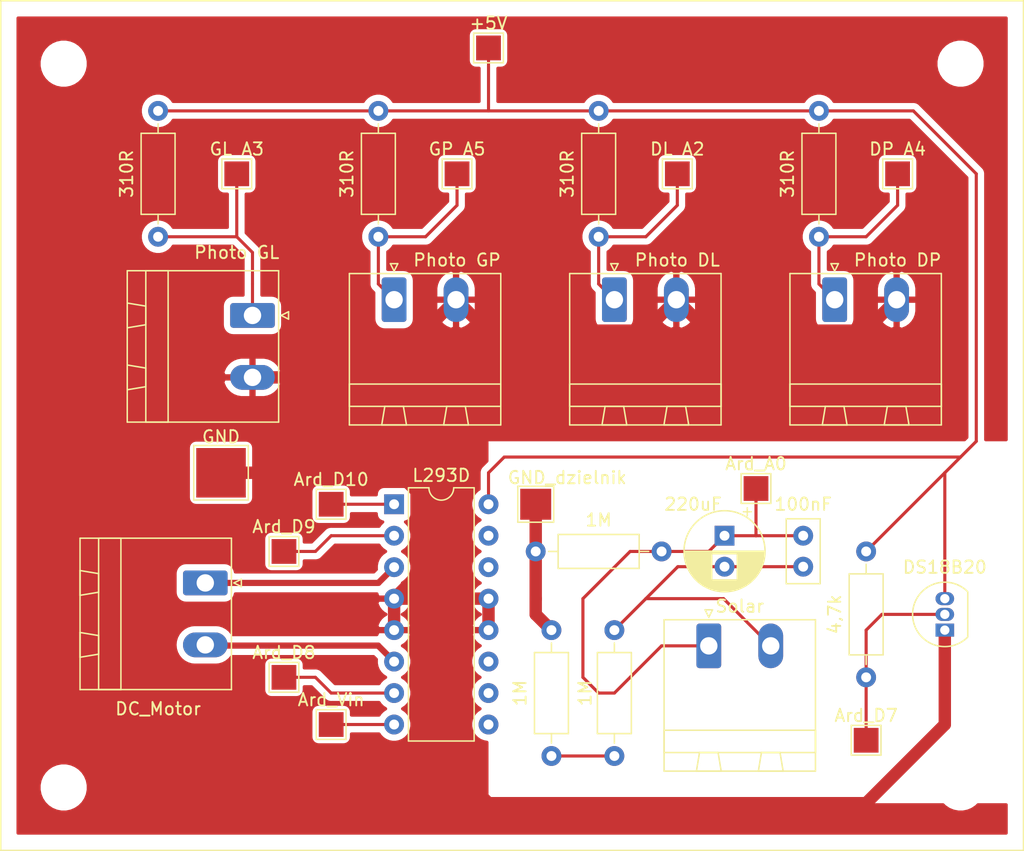
<source format=kicad_pcb>
(kicad_pcb (version 20171130) (host pcbnew "(5.1.10)-1")

  (general
    (thickness 1.6)
    (drawings 4)
    (tracks 103)
    (zones 0)
    (modules 35)
    (nets 22)
  )

  (page A4)
  (layers
    (0 F.Cu signal)
    (31 B.Cu signal)
    (32 B.Adhes user)
    (33 F.Adhes user)
    (34 B.Paste user)
    (35 F.Paste user)
    (36 B.SilkS user)
    (37 F.SilkS user)
    (38 B.Mask user)
    (39 F.Mask user)
    (40 Dwgs.User user)
    (41 Cmts.User user)
    (42 Eco1.User user)
    (43 Eco2.User user)
    (44 Edge.Cuts user)
    (45 Margin user)
    (46 B.CrtYd user)
    (47 F.CrtYd user)
    (48 B.Fab user)
    (49 F.Fab user)
  )

  (setup
    (last_trace_width 0.25)
    (trace_clearance 0.2)
    (zone_clearance 0.508)
    (zone_45_only no)
    (trace_min 0.2)
    (via_size 0.8)
    (via_drill 0.4)
    (via_min_size 0.4)
    (via_min_drill 0.3)
    (uvia_size 0.3)
    (uvia_drill 0.1)
    (uvias_allowed no)
    (uvia_min_size 0.2)
    (uvia_min_drill 0.1)
    (edge_width 0.05)
    (segment_width 0.2)
    (pcb_text_width 0.3)
    (pcb_text_size 1.5 1.5)
    (mod_edge_width 0.12)
    (mod_text_size 1 1)
    (mod_text_width 0.15)
    (pad_size 2 3.6)
    (pad_drill 1.4)
    (pad_to_mask_clearance 0)
    (aux_axis_origin 0 0)
    (visible_elements 7FFFFFFF)
    (pcbplotparams
      (layerselection 0x050fc_ffffffff)
      (usegerberextensions false)
      (usegerberattributes true)
      (usegerberadvancedattributes true)
      (creategerberjobfile true)
      (excludeedgelayer true)
      (linewidth 0.100000)
      (plotframeref false)
      (viasonmask false)
      (mode 1)
      (useauxorigin false)
      (hpglpennumber 1)
      (hpglpenspeed 20)
      (hpglpendiameter 15.000000)
      (psnegative false)
      (psa4output false)
      (plotreference true)
      (plotvalue true)
      (plotinvisibletext false)
      (padsonsilk false)
      (subtractmaskfromsilk false)
      (outputformat 1)
      (mirror false)
      (drillshape 0)
      (scaleselection 1)
      (outputdirectory "../gerber/"))
  )

  (net 0 "")
  (net 1 GND)
  (net 2 "Net-(A1-Pad13)")
  (net 3 "Net-(A1-Pad12)")
  (net 4 "Net-(A1-Pad11)")
  (net 5 "Net-(A1-Pad10)")
  (net 6 "Net-(A1-Pad25)")
  (net 7 "Net-(A1-Pad9)")
  (net 8 "Net-(A1-Pad24)")
  (net 9 +9V)
  (net 10 "Net-(A1-Pad23)")
  (net 11 "Net-(A1-Pad22)")
  (net 12 +5V)
  (net 13 "Net-(C2-Pad2)")
  (net 14 "Net-(M2-Pad2)")
  (net 15 "Net-(M2-Pad1)")
  (net 16 "Net-(R11-Pad2)")
  (net 17 "Net-(U3-Pad15)")
  (net 18 "Net-(U3-Pad14)")
  (net 19 "Net-(U3-Pad11)")
  (net 20 "Net-(U3-Pad10)")
  (net 21 "Net-(U3-Pad9)")

  (net_class Default "This is the default net class."
    (clearance 0.2)
    (trace_width 0.25)
    (via_dia 0.8)
    (via_drill 0.4)
    (uvia_dia 0.3)
    (uvia_drill 0.1)
    (add_net +5V)
    (add_net +9V)
    (add_net "Net-(A1-Pad10)")
    (add_net "Net-(A1-Pad11)")
    (add_net "Net-(A1-Pad12)")
    (add_net "Net-(A1-Pad13)")
    (add_net "Net-(A1-Pad22)")
    (add_net "Net-(A1-Pad23)")
    (add_net "Net-(A1-Pad24)")
    (add_net "Net-(A1-Pad25)")
    (add_net "Net-(A1-Pad9)")
    (add_net "Net-(C2-Pad2)")
    (add_net "Net-(R11-Pad2)")
    (add_net "Net-(U3-Pad10)")
    (add_net "Net-(U3-Pad11)")
    (add_net "Net-(U3-Pad14)")
    (add_net "Net-(U3-Pad15)")
    (add_net "Net-(U3-Pad9)")
  )

  (net_class GND ""
    (clearance 0.2)
    (trace_width 1)
    (via_dia 0.8)
    (via_drill 0.4)
    (uvia_dia 0.3)
    (uvia_drill 0.1)
    (add_net GND)
  )

  (net_class Silnik ""
    (clearance 0.2)
    (trace_width 0.5)
    (via_dia 0.8)
    (via_drill 0.4)
    (uvia_dia 0.3)
    (uvia_drill 0.1)
    (add_net "Net-(M2-Pad1)")
    (add_net "Net-(M2-Pad2)")
  )

  (module MountingHole:MountingHole_2.7mm_M2.5 (layer F.Cu) (tedit 56D1B4CB) (tstamp 61369434)
    (at 165.1 120.65)
    (descr "Mounting Hole 2.7mm, no annular, M2.5")
    (tags "mounting hole 2.7mm no annular m2.5")
    (attr virtual)
    (fp_text reference REF** (at 0 -3.7) (layer F.SilkS) hide
      (effects (font (size 1 1) (thickness 0.15)))
    )
    (fp_text value MountingHole_2.7mm_M2.5 (at -16.51 1.27) (layer F.Fab)
      (effects (font (size 1 1) (thickness 0.15)))
    )
    (fp_circle (center 0 0) (end 2.95 0) (layer F.CrtYd) (width 0.05))
    (fp_circle (center 0 0) (end 2.7 0) (layer Cmts.User) (width 0.15))
    (fp_text user %R (at 0.3 0) (layer F.Fab)
      (effects (font (size 1 1) (thickness 0.15)))
    )
    (pad 1 np_thru_hole circle (at 0 0) (size 2.7 2.7) (drill 2.7) (layers *.Cu *.Mask))
  )

  (module MountingHole:MountingHole_2.7mm_M2.5 (layer F.Cu) (tedit 56D1B4CB) (tstamp 61369410)
    (at 92.71 120.65)
    (descr "Mounting Hole 2.7mm, no annular, M2.5")
    (tags "mounting hole 2.7mm no annular m2.5")
    (attr virtual)
    (fp_text reference REF** (at 0 -3.7) (layer F.SilkS) hide
      (effects (font (size 1 1) (thickness 0.15)))
    )
    (fp_text value MountingHole_2.7mm_M2.5 (at 12.7 0) (layer F.Fab)
      (effects (font (size 1 1) (thickness 0.15)))
    )
    (fp_circle (center 0 0) (end 2.7 0) (layer Cmts.User) (width 0.15))
    (fp_circle (center 0 0) (end 2.95 0) (layer F.CrtYd) (width 0.05))
    (fp_text user %R (at 0.3 0) (layer F.Fab)
      (effects (font (size 1 1) (thickness 0.15)))
    )
    (pad 1 np_thru_hole circle (at 0 0) (size 2.7 2.7) (drill 2.7) (layers *.Cu *.Mask))
  )

  (module MountingHole:MountingHole_2.7mm_M2.5 (layer F.Cu) (tedit 56D1B4CB) (tstamp 613693E5)
    (at 92.71 62.23)
    (descr "Mounting Hole 2.7mm, no annular, M2.5")
    (tags "mounting hole 2.7mm no annular m2.5")
    (attr virtual)
    (fp_text reference REF** (at 0 -3.7) (layer F.SilkS) hide
      (effects (font (size 1 1) (thickness 0.15)))
    )
    (fp_text value MountingHole_2.7mm_M2.5 (at 15.24 0) (layer F.Fab)
      (effects (font (size 1 1) (thickness 0.15)))
    )
    (fp_circle (center 0 0) (end 2.7 0) (layer Cmts.User) (width 0.15))
    (fp_circle (center 0 0) (end 2.95 0) (layer F.CrtYd) (width 0.05))
    (fp_text user %R (at 0.3 0) (layer F.Fab)
      (effects (font (size 1 1) (thickness 0.15)))
    )
    (pad 1 np_thru_hole circle (at 0 0) (size 2.7 2.7) (drill 2.7) (layers *.Cu *.Mask))
  )

  (module MountingHole:MountingHole_2.7mm_M2.5 (layer F.Cu) (tedit 56D1B4CB) (tstamp 6137B7A8)
    (at 165.1 62.23)
    (descr "Mounting Hole 2.7mm, no annular, M2.5")
    (tags "mounting hole 2.7mm no annular m2.5")
    (attr virtual)
    (fp_text reference REF** (at 0 -3.7) (layer F.SilkS) hide
      (effects (font (size 1 1) (thickness 0.15)))
    )
    (fp_text value MountingHole_2.7mm_M2.5 (at -16.51 -1.27) (layer F.Fab)
      (effects (font (size 1 1) (thickness 0.15)))
    )
    (fp_circle (center 0 0) (end 2.7 0) (layer Cmts.User) (width 0.15))
    (fp_circle (center 0 0) (end 2.95 0) (layer F.CrtYd) (width 0.05))
    (fp_text user %R (at 0.3 0) (layer F.Fab)
      (effects (font (size 1 1) (thickness 0.15)))
    )
    (pad 1 np_thru_hole circle (at 0 0) (size 2.7 2.7) (drill 2.7) (layers *.Cu *.Mask))
  )

  (module TestPoint:TestPoint_Pad_2.5x2.5mm (layer F.Cu) (tedit 5A0F774F) (tstamp 6136893F)
    (at 130.81 97.79)
    (descr "SMD rectangular pad as test Point, square 2.5mm side length")
    (tags "test point SMD pad rectangle square")
    (attr virtual)
    (fp_text reference GND_dzielnik (at 2.54 -2.148) (layer F.SilkS)
      (effects (font (size 1 1) (thickness 0.15)))
    )
    (fp_text value TestPoint_Pad_2.5x2.5mm (at 0 2.25) (layer F.Fab)
      (effects (font (size 1 1) (thickness 0.15)))
    )
    (fp_line (start -1.45 -1.45) (end 1.45 -1.45) (layer F.SilkS) (width 0.12))
    (fp_line (start 1.45 -1.45) (end 1.45 1.45) (layer F.SilkS) (width 0.12))
    (fp_line (start 1.45 1.45) (end -1.45 1.45) (layer F.SilkS) (width 0.12))
    (fp_line (start -1.45 1.45) (end -1.45 -1.45) (layer F.SilkS) (width 0.12))
    (fp_line (start -1.75 -1.75) (end 1.75 -1.75) (layer F.CrtYd) (width 0.05))
    (fp_line (start -1.75 -1.75) (end -1.75 1.75) (layer F.CrtYd) (width 0.05))
    (fp_line (start 1.75 1.75) (end 1.75 -1.75) (layer F.CrtYd) (width 0.05))
    (fp_line (start 1.75 1.75) (end -1.75 1.75) (layer F.CrtYd) (width 0.05))
    (fp_text user %R (at 0 -2.15) (layer F.Fab)
      (effects (font (size 1 1) (thickness 0.15)))
    )
    (pad 1 smd rect (at 0 0) (size 2.5 2.5) (layers F.Cu F.Mask))
  )

  (module Resistor_THT:R_Axial_DIN0207_L6.3mm_D2.5mm_P10.16mm_Horizontal (layer F.Cu) (tedit 5AE5139B) (tstamp 613669C3)
    (at 137.16 118.11 90)
    (descr "Resistor, Axial_DIN0207 series, Axial, Horizontal, pin pitch=10.16mm, 0.25W = 1/4W, length*diameter=6.3*2.5mm^2, http://cdn-reichelt.de/documents/datenblatt/B400/1_4W%23YAG.pdf")
    (tags "Resistor Axial_DIN0207 series Axial Horizontal pin pitch 10.16mm 0.25W = 1/4W length 6.3mm diameter 2.5mm")
    (path /6139B518)
    (fp_text reference 1M (at 5.08 -2.37 90) (layer F.SilkS)
      (effects (font (size 1 1) (thickness 0.15)))
    )
    (fp_text value 1M (at 5.08 2.37 90) (layer F.Fab)
      (effects (font (size 1 1) (thickness 0.15)))
    )
    (fp_line (start 1.93 -1.25) (end 1.93 1.25) (layer F.Fab) (width 0.1))
    (fp_line (start 1.93 1.25) (end 8.23 1.25) (layer F.Fab) (width 0.1))
    (fp_line (start 8.23 1.25) (end 8.23 -1.25) (layer F.Fab) (width 0.1))
    (fp_line (start 8.23 -1.25) (end 1.93 -1.25) (layer F.Fab) (width 0.1))
    (fp_line (start 0 0) (end 1.93 0) (layer F.Fab) (width 0.1))
    (fp_line (start 10.16 0) (end 8.23 0) (layer F.Fab) (width 0.1))
    (fp_line (start 1.81 -1.37) (end 1.81 1.37) (layer F.SilkS) (width 0.12))
    (fp_line (start 1.81 1.37) (end 8.35 1.37) (layer F.SilkS) (width 0.12))
    (fp_line (start 8.35 1.37) (end 8.35 -1.37) (layer F.SilkS) (width 0.12))
    (fp_line (start 8.35 -1.37) (end 1.81 -1.37) (layer F.SilkS) (width 0.12))
    (fp_line (start 1.04 0) (end 1.81 0) (layer F.SilkS) (width 0.12))
    (fp_line (start 9.12 0) (end 8.35 0) (layer F.SilkS) (width 0.12))
    (fp_line (start -1.05 -1.5) (end -1.05 1.5) (layer F.CrtYd) (width 0.05))
    (fp_line (start -1.05 1.5) (end 11.21 1.5) (layer F.CrtYd) (width 0.05))
    (fp_line (start 11.21 1.5) (end 11.21 -1.5) (layer F.CrtYd) (width 0.05))
    (fp_line (start 11.21 -1.5) (end -1.05 -1.5) (layer F.CrtYd) (width 0.05))
    (fp_text user %R (at 5.08 0 90) (layer F.Fab)
      (effects (font (size 1 1) (thickness 0.15)))
    )
    (pad 2 thru_hole oval (at 10.16 0 90) (size 1.6 1.6) (drill 0.8) (layers *.Cu *.Mask)
      (net 13 "Net-(C2-Pad2)"))
    (pad 1 thru_hole circle (at 0 0 90) (size 1.6 1.6) (drill 0.8) (layers *.Cu *.Mask)
      (net 16 "Net-(R11-Pad2)"))
    (model ${KISYS3DMOD}/Resistor_THT.3dshapes/R_Axial_DIN0207_L6.3mm_D2.5mm_P10.16mm_Horizontal.wrl
      (at (xyz 0 0 0))
      (scale (xyz 1 1 1))
      (rotate (xyz 0 0 0))
    )
  )

  (module TestPoint:TestPoint_Pad_4.0x4.0mm (layer F.Cu) (tedit 5A0F774F) (tstamp 61367CBB)
    (at 105.41 95.25)
    (descr "SMD rectangular pad as test Point, square 4.0mm side length")
    (tags "test point SMD pad rectangle square")
    (attr virtual)
    (fp_text reference GND (at 0 -2.898) (layer F.SilkS)
      (effects (font (size 1 1) (thickness 0.15)))
    )
    (fp_text value TestPoint_Pad_4.0x4.0mm (at 0 3.1) (layer F.Fab)
      (effects (font (size 1 1) (thickness 0.15)))
    )
    (fp_line (start -2.2 -2.2) (end 2.2 -2.2) (layer F.SilkS) (width 0.12))
    (fp_line (start 2.2 -2.2) (end 2.2 2.2) (layer F.SilkS) (width 0.12))
    (fp_line (start 2.2 2.2) (end -2.2 2.2) (layer F.SilkS) (width 0.12))
    (fp_line (start -2.2 2.2) (end -2.2 -2.2) (layer F.SilkS) (width 0.12))
    (fp_line (start -2.5 -2.5) (end 2.5 -2.5) (layer F.CrtYd) (width 0.05))
    (fp_line (start -2.5 -2.5) (end -2.5 2.5) (layer F.CrtYd) (width 0.05))
    (fp_line (start 2.5 2.5) (end 2.5 -2.5) (layer F.CrtYd) (width 0.05))
    (fp_line (start 2.5 2.5) (end -2.5 2.5) (layer F.CrtYd) (width 0.05))
    (fp_text user %R (at 0 -2.9) (layer F.Fab)
      (effects (font (size 1 1) (thickness 0.15)))
    )
    (pad 1 smd rect (at 0 0) (size 4 4) (layers F.Cu F.Mask))
  )

  (module TestPoint:TestPoint_Pad_2.0x2.0mm (layer F.Cu) (tedit 5A0F774F) (tstamp 61367A93)
    (at 127 60.96)
    (descr "SMD rectangular pad as test Point, square 2.0mm side length")
    (tags "test point SMD pad rectangle square")
    (attr virtual)
    (fp_text reference +5V (at 0 -1.998) (layer F.SilkS)
      (effects (font (size 1 1) (thickness 0.15)))
    )
    (fp_text value TestPoint_Pad_2.0x2.0mm (at 0 2.05) (layer F.Fab)
      (effects (font (size 1 1) (thickness 0.15)))
    )
    (fp_line (start -1.2 -1.2) (end 1.2 -1.2) (layer F.SilkS) (width 0.12))
    (fp_line (start 1.2 -1.2) (end 1.2 1.2) (layer F.SilkS) (width 0.12))
    (fp_line (start 1.2 1.2) (end -1.2 1.2) (layer F.SilkS) (width 0.12))
    (fp_line (start -1.2 1.2) (end -1.2 -1.2) (layer F.SilkS) (width 0.12))
    (fp_line (start -1.5 -1.5) (end 1.5 -1.5) (layer F.CrtYd) (width 0.05))
    (fp_line (start -1.5 -1.5) (end -1.5 1.5) (layer F.CrtYd) (width 0.05))
    (fp_line (start 1.5 1.5) (end 1.5 -1.5) (layer F.CrtYd) (width 0.05))
    (fp_line (start 1.5 1.5) (end -1.5 1.5) (layer F.CrtYd) (width 0.05))
    (fp_text user %R (at 0 -2) (layer F.Fab)
      (effects (font (size 1 1) (thickness 0.15)))
    )
    (pad 1 smd rect (at 0 0) (size 2 2) (layers F.Cu F.Mask))
  )

  (module TestPoint:TestPoint_Pad_2.0x2.0mm (layer F.Cu) (tedit 5A0F774F) (tstamp 61367A0B)
    (at 148.59 96.52)
    (descr "SMD rectangular pad as test Point, square 2.0mm side length")
    (tags "test point SMD pad rectangle square")
    (attr virtual)
    (fp_text reference Ard_A0 (at 0 -1.998) (layer F.SilkS)
      (effects (font (size 1 1) (thickness 0.15)))
    )
    (fp_text value TestPoint_Pad_2.0x2.0mm (at 0 2.05) (layer F.Fab)
      (effects (font (size 1 1) (thickness 0.15)))
    )
    (fp_line (start -1.2 -1.2) (end 1.2 -1.2) (layer F.SilkS) (width 0.12))
    (fp_line (start 1.2 -1.2) (end 1.2 1.2) (layer F.SilkS) (width 0.12))
    (fp_line (start 1.2 1.2) (end -1.2 1.2) (layer F.SilkS) (width 0.12))
    (fp_line (start -1.2 1.2) (end -1.2 -1.2) (layer F.SilkS) (width 0.12))
    (fp_line (start -1.5 -1.5) (end 1.5 -1.5) (layer F.CrtYd) (width 0.05))
    (fp_line (start -1.5 -1.5) (end -1.5 1.5) (layer F.CrtYd) (width 0.05))
    (fp_line (start 1.5 1.5) (end 1.5 -1.5) (layer F.CrtYd) (width 0.05))
    (fp_line (start 1.5 1.5) (end -1.5 1.5) (layer F.CrtYd) (width 0.05))
    (fp_text user %R (at 0 -2) (layer F.Fab)
      (effects (font (size 1 1) (thickness 0.15)))
    )
    (pad 1 smd rect (at 0 0) (size 2 2) (layers F.Cu F.Mask))
  )

  (module TestPoint:TestPoint_Pad_2.0x2.0mm (layer F.Cu) (tedit 5A0F774F) (tstamp 61367954)
    (at 160.02 71.12)
    (descr "SMD rectangular pad as test Point, square 2.0mm side length")
    (tags "test point SMD pad rectangle square")
    (attr virtual)
    (fp_text reference "DP A4" (at 0 -1.998) (layer F.SilkS)
      (effects (font (size 1 1) (thickness 0.15)))
    )
    (fp_text value TestPoint_Pad_2.0x2.0mm (at 0 2.05) (layer F.Fab)
      (effects (font (size 1 1) (thickness 0.15)))
    )
    (fp_line (start -1.2 -1.2) (end 1.2 -1.2) (layer F.SilkS) (width 0.12))
    (fp_line (start 1.2 -1.2) (end 1.2 1.2) (layer F.SilkS) (width 0.12))
    (fp_line (start 1.2 1.2) (end -1.2 1.2) (layer F.SilkS) (width 0.12))
    (fp_line (start -1.2 1.2) (end -1.2 -1.2) (layer F.SilkS) (width 0.12))
    (fp_line (start -1.5 -1.5) (end 1.5 -1.5) (layer F.CrtYd) (width 0.05))
    (fp_line (start -1.5 -1.5) (end -1.5 1.5) (layer F.CrtYd) (width 0.05))
    (fp_line (start 1.5 1.5) (end 1.5 -1.5) (layer F.CrtYd) (width 0.05))
    (fp_line (start 1.5 1.5) (end -1.5 1.5) (layer F.CrtYd) (width 0.05))
    (fp_text user %R (at 0 -2) (layer F.Fab)
      (effects (font (size 1 1) (thickness 0.15)))
    )
    (pad 1 smd rect (at 0 0) (size 2 2) (layers F.Cu F.Mask))
  )

  (module TestPoint:TestPoint_Pad_2.0x2.0mm (layer F.Cu) (tedit 5A0F774F) (tstamp 61366D13)
    (at 106.68 71.12)
    (descr "SMD rectangular pad as test Point, square 2.0mm side length")
    (tags "test point SMD pad rectangle square")
    (attr virtual)
    (fp_text reference "GL A3" (at 0 -1.998) (layer F.SilkS)
      (effects (font (size 1 1) (thickness 0.15)))
    )
    (fp_text value TestPoint_Pad_2.0x2.0mm (at 0 2.05) (layer F.Fab)
      (effects (font (size 1 1) (thickness 0.15)))
    )
    (fp_line (start -1.2 -1.2) (end 1.2 -1.2) (layer F.SilkS) (width 0.12))
    (fp_line (start 1.2 -1.2) (end 1.2 1.2) (layer F.SilkS) (width 0.12))
    (fp_line (start 1.2 1.2) (end -1.2 1.2) (layer F.SilkS) (width 0.12))
    (fp_line (start -1.2 1.2) (end -1.2 -1.2) (layer F.SilkS) (width 0.12))
    (fp_line (start -1.5 -1.5) (end 1.5 -1.5) (layer F.CrtYd) (width 0.05))
    (fp_line (start -1.5 -1.5) (end -1.5 1.5) (layer F.CrtYd) (width 0.05))
    (fp_line (start 1.5 1.5) (end 1.5 -1.5) (layer F.CrtYd) (width 0.05))
    (fp_line (start 1.5 1.5) (end -1.5 1.5) (layer F.CrtYd) (width 0.05))
    (fp_text user %R (at 0 -2) (layer F.Fab)
      (effects (font (size 1 1) (thickness 0.15)))
    )
    (pad 1 smd rect (at 0 0) (size 2 2) (layers F.Cu F.Mask))
  )

  (module TestPoint:TestPoint_Pad_2.0x2.0mm (layer F.Cu) (tedit 5A0F774F) (tstamp 61366DB1)
    (at 142.24 71.12)
    (descr "SMD rectangular pad as test Point, square 2.0mm side length")
    (tags "test point SMD pad rectangle square")
    (attr virtual)
    (fp_text reference "DL A2" (at 0 -1.998) (layer F.SilkS)
      (effects (font (size 1 1) (thickness 0.15)))
    )
    (fp_text value TestPoint_Pad_2.0x2.0mm (at 0 2.05) (layer F.Fab)
      (effects (font (size 1 1) (thickness 0.15)))
    )
    (fp_line (start -1.2 -1.2) (end 1.2 -1.2) (layer F.SilkS) (width 0.12))
    (fp_line (start 1.2 -1.2) (end 1.2 1.2) (layer F.SilkS) (width 0.12))
    (fp_line (start 1.2 1.2) (end -1.2 1.2) (layer F.SilkS) (width 0.12))
    (fp_line (start -1.2 1.2) (end -1.2 -1.2) (layer F.SilkS) (width 0.12))
    (fp_line (start -1.5 -1.5) (end 1.5 -1.5) (layer F.CrtYd) (width 0.05))
    (fp_line (start -1.5 -1.5) (end -1.5 1.5) (layer F.CrtYd) (width 0.05))
    (fp_line (start 1.5 1.5) (end 1.5 -1.5) (layer F.CrtYd) (width 0.05))
    (fp_line (start 1.5 1.5) (end -1.5 1.5) (layer F.CrtYd) (width 0.05))
    (fp_text user %R (at 0 -2) (layer F.Fab)
      (effects (font (size 1 1) (thickness 0.15)))
    )
    (pad 1 smd rect (at 0 0) (size 2 2) (layers F.Cu F.Mask))
  )

  (module TestPoint:TestPoint_Pad_2.0x2.0mm (layer F.Cu) (tedit 5A0F774F) (tstamp 61366D62)
    (at 124.46 71.12)
    (descr "SMD rectangular pad as test Point, square 2.0mm side length")
    (tags "test point SMD pad rectangle square")
    (attr virtual)
    (fp_text reference "GP A5" (at 0 -1.998) (layer F.SilkS)
      (effects (font (size 1 1) (thickness 0.15)))
    )
    (fp_text value TestPoint_Pad_2.0x2.0mm (at 0 2.05) (layer F.Fab)
      (effects (font (size 1 1) (thickness 0.15)))
    )
    (fp_line (start -1.2 -1.2) (end 1.2 -1.2) (layer F.SilkS) (width 0.12))
    (fp_line (start 1.2 -1.2) (end 1.2 1.2) (layer F.SilkS) (width 0.12))
    (fp_line (start 1.2 1.2) (end -1.2 1.2) (layer F.SilkS) (width 0.12))
    (fp_line (start -1.2 1.2) (end -1.2 -1.2) (layer F.SilkS) (width 0.12))
    (fp_line (start -1.5 -1.5) (end 1.5 -1.5) (layer F.CrtYd) (width 0.05))
    (fp_line (start -1.5 -1.5) (end -1.5 1.5) (layer F.CrtYd) (width 0.05))
    (fp_line (start 1.5 1.5) (end 1.5 -1.5) (layer F.CrtYd) (width 0.05))
    (fp_line (start 1.5 1.5) (end -1.5 1.5) (layer F.CrtYd) (width 0.05))
    (fp_text user %R (at 0 -2) (layer F.Fab)
      (effects (font (size 1 1) (thickness 0.15)))
    )
    (pad 1 smd rect (at 0 0) (size 2 2) (layers F.Cu F.Mask))
  )

  (module TestPoint:TestPoint_Pad_2.0x2.0mm (layer F.Cu) (tedit 5A0F774F) (tstamp 61366045)
    (at 110.49 101.6)
    (descr "SMD rectangular pad as test Point, square 2.0mm side length")
    (tags "test point SMD pad rectangle square")
    (attr virtual)
    (fp_text reference Ard_D9 (at 0 -1.998) (layer F.SilkS)
      (effects (font (size 1 1) (thickness 0.15)))
    )
    (fp_text value TestPoint_Pad_2.0x2.0mm (at 0 2.05) (layer F.Fab)
      (effects (font (size 1 1) (thickness 0.15)))
    )
    (fp_line (start -1.2 -1.2) (end 1.2 -1.2) (layer F.SilkS) (width 0.12))
    (fp_line (start 1.2 -1.2) (end 1.2 1.2) (layer F.SilkS) (width 0.12))
    (fp_line (start 1.2 1.2) (end -1.2 1.2) (layer F.SilkS) (width 0.12))
    (fp_line (start -1.2 1.2) (end -1.2 -1.2) (layer F.SilkS) (width 0.12))
    (fp_line (start -1.5 -1.5) (end 1.5 -1.5) (layer F.CrtYd) (width 0.05))
    (fp_line (start -1.5 -1.5) (end -1.5 1.5) (layer F.CrtYd) (width 0.05))
    (fp_line (start 1.5 1.5) (end 1.5 -1.5) (layer F.CrtYd) (width 0.05))
    (fp_line (start 1.5 1.5) (end -1.5 1.5) (layer F.CrtYd) (width 0.05))
    (fp_text user %R (at 0 -2) (layer F.Fab)
      (effects (font (size 1 1) (thickness 0.15)))
    )
    (pad 1 smd rect (at 0 0) (size 2 2) (layers F.Cu F.Mask))
  )

  (module TestPoint:TestPoint_Pad_2.0x2.0mm (layer F.Cu) (tedit 5A0F774F) (tstamp 61365FA2)
    (at 114.3 97.79)
    (descr "SMD rectangular pad as test Point, square 2.0mm side length")
    (tags "test point SMD pad rectangle square")
    (attr virtual)
    (fp_text reference Ard_D10 (at 0 -1.998) (layer F.SilkS)
      (effects (font (size 1 1) (thickness 0.15)))
    )
    (fp_text value TestPoint_Pad_2.0x2.0mm (at 0 2.05) (layer F.Fab)
      (effects (font (size 1 1) (thickness 0.15)))
    )
    (fp_line (start 1.5 1.5) (end -1.5 1.5) (layer F.CrtYd) (width 0.05))
    (fp_line (start 1.5 1.5) (end 1.5 -1.5) (layer F.CrtYd) (width 0.05))
    (fp_line (start -1.5 -1.5) (end -1.5 1.5) (layer F.CrtYd) (width 0.05))
    (fp_line (start -1.5 -1.5) (end 1.5 -1.5) (layer F.CrtYd) (width 0.05))
    (fp_line (start -1.2 1.2) (end -1.2 -1.2) (layer F.SilkS) (width 0.12))
    (fp_line (start 1.2 1.2) (end -1.2 1.2) (layer F.SilkS) (width 0.12))
    (fp_line (start 1.2 -1.2) (end 1.2 1.2) (layer F.SilkS) (width 0.12))
    (fp_line (start -1.2 -1.2) (end 1.2 -1.2) (layer F.SilkS) (width 0.12))
    (fp_text user %R (at 0 -2) (layer F.Fab)
      (effects (font (size 1 1) (thickness 0.15)))
    )
    (pad 1 smd rect (at 0 0) (size 2 2) (layers F.Cu F.Mask))
  )

  (module TestPoint:TestPoint_Pad_2.0x2.0mm (layer F.Cu) (tedit 5A0F774F) (tstamp 61365E8C)
    (at 110.49 111.76)
    (descr "SMD rectangular pad as test Point, square 2.0mm side length")
    (tags "test point SMD pad rectangle square")
    (attr virtual)
    (fp_text reference Ard_D8 (at 0 -1.998) (layer F.SilkS)
      (effects (font (size 1 1) (thickness 0.15)))
    )
    (fp_text value TestPoint_Pad_2.0x2.0mm (at 0 2.05) (layer F.Fab)
      (effects (font (size 1 1) (thickness 0.15)))
    )
    (fp_line (start -1.2 -1.2) (end 1.2 -1.2) (layer F.SilkS) (width 0.12))
    (fp_line (start 1.2 -1.2) (end 1.2 1.2) (layer F.SilkS) (width 0.12))
    (fp_line (start 1.2 1.2) (end -1.2 1.2) (layer F.SilkS) (width 0.12))
    (fp_line (start -1.2 1.2) (end -1.2 -1.2) (layer F.SilkS) (width 0.12))
    (fp_line (start -1.5 -1.5) (end 1.5 -1.5) (layer F.CrtYd) (width 0.05))
    (fp_line (start -1.5 -1.5) (end -1.5 1.5) (layer F.CrtYd) (width 0.05))
    (fp_line (start 1.5 1.5) (end 1.5 -1.5) (layer F.CrtYd) (width 0.05))
    (fp_line (start 1.5 1.5) (end -1.5 1.5) (layer F.CrtYd) (width 0.05))
    (fp_text user %R (at 0 -2) (layer F.Fab)
      (effects (font (size 1 1) (thickness 0.15)))
    )
    (pad 1 smd rect (at 0 0) (size 2 2) (layers F.Cu F.Mask))
  )

  (module TestPoint:TestPoint_Pad_2.0x2.0mm (layer F.Cu) (tedit 5A0F774F) (tstamp 61365D62)
    (at 114.3 115.57)
    (descr "SMD rectangular pad as test Point, square 2.0mm side length")
    (tags "test point SMD pad rectangle square")
    (attr virtual)
    (fp_text reference Ard_Vin (at 0 -1.998) (layer F.SilkS)
      (effects (font (size 1 1) (thickness 0.15)))
    )
    (fp_text value TestPoint_Pad_2.0x2.0mm (at 0 2.05) (layer F.Fab)
      (effects (font (size 1 1) (thickness 0.15)))
    )
    (fp_line (start 1.5 1.5) (end -1.5 1.5) (layer F.CrtYd) (width 0.05))
    (fp_line (start 1.5 1.5) (end 1.5 -1.5) (layer F.CrtYd) (width 0.05))
    (fp_line (start -1.5 -1.5) (end -1.5 1.5) (layer F.CrtYd) (width 0.05))
    (fp_line (start -1.5 -1.5) (end 1.5 -1.5) (layer F.CrtYd) (width 0.05))
    (fp_line (start -1.2 1.2) (end -1.2 -1.2) (layer F.SilkS) (width 0.12))
    (fp_line (start 1.2 1.2) (end -1.2 1.2) (layer F.SilkS) (width 0.12))
    (fp_line (start 1.2 -1.2) (end 1.2 1.2) (layer F.SilkS) (width 0.12))
    (fp_line (start -1.2 -1.2) (end 1.2 -1.2) (layer F.SilkS) (width 0.12))
    (fp_text user %R (at 0 -2) (layer F.Fab)
      (effects (font (size 1 1) (thickness 0.15)))
    )
    (pad 1 smd rect (at 0 0) (size 2 2) (layers F.Cu F.Mask))
  )

  (module TestPoint:TestPoint_Pad_2.0x2.0mm (layer F.Cu) (tedit 5A0F774F) (tstamp 6136789E)
    (at 157.48 116.84)
    (descr "SMD rectangular pad as test Point, square 2.0mm side length")
    (tags "test point SMD pad rectangle square")
    (attr virtual)
    (fp_text reference Ard_D7 (at 0 -1.998) (layer F.SilkS)
      (effects (font (size 1 1) (thickness 0.15)))
    )
    (fp_text value TestPoint_Pad_2.0x2.0mm (at 0 2.05) (layer F.Fab)
      (effects (font (size 1 1) (thickness 0.15)))
    )
    (fp_line (start 1.5 1.5) (end -1.5 1.5) (layer F.CrtYd) (width 0.05))
    (fp_line (start 1.5 1.5) (end 1.5 -1.5) (layer F.CrtYd) (width 0.05))
    (fp_line (start -1.5 -1.5) (end -1.5 1.5) (layer F.CrtYd) (width 0.05))
    (fp_line (start -1.5 -1.5) (end 1.5 -1.5) (layer F.CrtYd) (width 0.05))
    (fp_line (start -1.2 1.2) (end -1.2 -1.2) (layer F.SilkS) (width 0.12))
    (fp_line (start 1.2 1.2) (end -1.2 1.2) (layer F.SilkS) (width 0.12))
    (fp_line (start 1.2 -1.2) (end 1.2 1.2) (layer F.SilkS) (width 0.12))
    (fp_line (start -1.2 -1.2) (end 1.2 -1.2) (layer F.SilkS) (width 0.12))
    (fp_text user %R (at 0 -2) (layer F.Fab)
      (effects (font (size 1 1) (thickness 0.15)))
    )
    (pad 1 smd rect (at 0 0) (size 2 2) (layers F.Cu F.Mask))
  )

  (module Connector_Phoenix_MSTB:PhoenixContact_MSTBA_2,5_2-G_1x02_P5.00mm_Horizontal (layer F.Cu) (tedit 5B785046) (tstamp 61366A7B)
    (at 144.78 109.22)
    (descr "Generic Phoenix Contact connector footprint for: MSTBA_2,5/2-G; number of pins: 02; pin pitch: 5.00mm; Angled || order number: 1757475 12A || order number: 1923759 16A (HC)")
    (tags "phoenix_contact connector MSTBA_01x02_G_5.00mm")
    (path /612BA85A)
    (fp_text reference Solar (at 2.5 -3.2) (layer F.SilkS)
      (effects (font (size 1 1) (thickness 0.15)))
    )
    (fp_text value 9V (at 2.5 11.2) (layer F.Fab)
      (effects (font (size 1 1) (thickness 0.15)))
    )
    (fp_line (start -3.61 -2.11) (end -3.61 10.11) (layer F.SilkS) (width 0.12))
    (fp_line (start -3.61 10.11) (end 8.61 10.11) (layer F.SilkS) (width 0.12))
    (fp_line (start 8.61 10.11) (end 8.61 -2.11) (layer F.SilkS) (width 0.12))
    (fp_line (start 8.61 -2.11) (end -3.61 -2.11) (layer F.SilkS) (width 0.12))
    (fp_line (start -3.5 -2) (end -3.5 10) (layer F.Fab) (width 0.1))
    (fp_line (start -3.5 10) (end 8.5 10) (layer F.Fab) (width 0.1))
    (fp_line (start 8.5 10) (end 8.5 -2) (layer F.Fab) (width 0.1))
    (fp_line (start 8.5 -2) (end -3.5 -2) (layer F.Fab) (width 0.1))
    (fp_line (start -3.61 8.61) (end -3.61 6.81) (layer F.SilkS) (width 0.12))
    (fp_line (start -3.61 6.81) (end 8.61 6.81) (layer F.SilkS) (width 0.12))
    (fp_line (start 8.61 6.81) (end 8.61 8.61) (layer F.SilkS) (width 0.12))
    (fp_line (start 8.61 8.61) (end -3.61 8.61) (layer F.SilkS) (width 0.12))
    (fp_line (start -1 10.11) (end 1 10.11) (layer F.SilkS) (width 0.12))
    (fp_line (start 1 10.11) (end 0.75 8.61) (layer F.SilkS) (width 0.12))
    (fp_line (start 0.75 8.61) (end -0.75 8.61) (layer F.SilkS) (width 0.12))
    (fp_line (start -0.75 8.61) (end -1 10.11) (layer F.SilkS) (width 0.12))
    (fp_line (start 4 10.11) (end 6 10.11) (layer F.SilkS) (width 0.12))
    (fp_line (start 6 10.11) (end 5.75 8.61) (layer F.SilkS) (width 0.12))
    (fp_line (start 5.75 8.61) (end 4.25 8.61) (layer F.SilkS) (width 0.12))
    (fp_line (start 4.25 8.61) (end 4 10.11) (layer F.SilkS) (width 0.12))
    (fp_line (start -4 -2.5) (end -4 10.5) (layer F.CrtYd) (width 0.05))
    (fp_line (start -4 10.5) (end 9 10.5) (layer F.CrtYd) (width 0.05))
    (fp_line (start 9 10.5) (end 9 -2.5) (layer F.CrtYd) (width 0.05))
    (fp_line (start 9 -2.5) (end -4 -2.5) (layer F.CrtYd) (width 0.05))
    (fp_line (start 0.3 -2.91) (end 0 -2.31) (layer F.SilkS) (width 0.12))
    (fp_line (start 0 -2.31) (end -0.3 -2.91) (layer F.SilkS) (width 0.12))
    (fp_line (start -0.3 -2.91) (end 0.3 -2.91) (layer F.SilkS) (width 0.12))
    (fp_line (start 0.95 -2) (end 0 -0.5) (layer F.Fab) (width 0.1))
    (fp_line (start 0 -0.5) (end -0.95 -2) (layer F.Fab) (width 0.1))
    (fp_text user %R (at 2.5 -1.3) (layer F.Fab)
      (effects (font (size 1 1) (thickness 0.15)))
    )
    (pad 2 thru_hole oval (at 5 0) (size 2 3.6) (drill 1.4) (layers *.Cu *.Mask)
      (net 13 "Net-(C2-Pad2)"))
    (pad 1 thru_hole roundrect (at 0 0) (size 2 3.6) (drill 1.4) (layers *.Cu *.Mask) (roundrect_rratio 0.125)
      (net 2 "Net-(A1-Pad13)"))
    (model ${KISYS3DMOD}/Connector_Phoenix_MSTB.3dshapes/PhoenixContact_MSTBA_2,5_2-G_1x02_P5.00mm_Horizontal.wrl
      (at (xyz 0 0 0))
      (scale (xyz 1 1 1))
      (rotate (xyz 0 0 0))
    )
  )

  (module Package_DIP:DIP-16_W7.62mm (layer F.Cu) (tedit 5A02E8C5) (tstamp 61366A12)
    (at 119.38 97.79)
    (descr "16-lead though-hole mounted DIP package, row spacing 7.62 mm (300 mils)")
    (tags "THT DIP DIL PDIP 2.54mm 7.62mm 300mil")
    (path /612B11C5)
    (fp_text reference L293D (at 3.81 -2.33) (layer F.SilkS)
      (effects (font (size 1 1) (thickness 0.15)))
    )
    (fp_text value L293D (at 3.81 20.11) (layer F.Fab)
      (effects (font (size 1 1) (thickness 0.15)))
    )
    (fp_line (start 1.635 -1.27) (end 6.985 -1.27) (layer F.Fab) (width 0.1))
    (fp_line (start 6.985 -1.27) (end 6.985 19.05) (layer F.Fab) (width 0.1))
    (fp_line (start 6.985 19.05) (end 0.635 19.05) (layer F.Fab) (width 0.1))
    (fp_line (start 0.635 19.05) (end 0.635 -0.27) (layer F.Fab) (width 0.1))
    (fp_line (start 0.635 -0.27) (end 1.635 -1.27) (layer F.Fab) (width 0.1))
    (fp_line (start 2.81 -1.33) (end 1.16 -1.33) (layer F.SilkS) (width 0.12))
    (fp_line (start 1.16 -1.33) (end 1.16 19.11) (layer F.SilkS) (width 0.12))
    (fp_line (start 1.16 19.11) (end 6.46 19.11) (layer F.SilkS) (width 0.12))
    (fp_line (start 6.46 19.11) (end 6.46 -1.33) (layer F.SilkS) (width 0.12))
    (fp_line (start 6.46 -1.33) (end 4.81 -1.33) (layer F.SilkS) (width 0.12))
    (fp_line (start -1.1 -1.55) (end -1.1 19.3) (layer F.CrtYd) (width 0.05))
    (fp_line (start -1.1 19.3) (end 8.7 19.3) (layer F.CrtYd) (width 0.05))
    (fp_line (start 8.7 19.3) (end 8.7 -1.55) (layer F.CrtYd) (width 0.05))
    (fp_line (start 8.7 -1.55) (end -1.1 -1.55) (layer F.CrtYd) (width 0.05))
    (fp_text user %R (at 3.81 8.89) (layer F.Fab)
      (effects (font (size 1 1) (thickness 0.15)))
    )
    (fp_arc (start 3.81 -1.33) (end 2.81 -1.33) (angle -180) (layer F.SilkS) (width 0.12))
    (pad 16 thru_hole oval (at 7.62 0) (size 1.6 1.6) (drill 0.8) (layers *.Cu *.Mask)
      (net 12 +5V))
    (pad 8 thru_hole oval (at 0 17.78) (size 1.6 1.6) (drill 0.8) (layers *.Cu *.Mask)
      (net 9 +9V))
    (pad 15 thru_hole oval (at 7.62 2.54) (size 1.6 1.6) (drill 0.8) (layers *.Cu *.Mask)
      (net 17 "Net-(U3-Pad15)"))
    (pad 7 thru_hole oval (at 0 15.24) (size 1.6 1.6) (drill 0.8) (layers *.Cu *.Mask)
      (net 8 "Net-(A1-Pad24)"))
    (pad 14 thru_hole oval (at 7.62 5.08) (size 1.6 1.6) (drill 0.8) (layers *.Cu *.Mask)
      (net 18 "Net-(U3-Pad14)"))
    (pad 6 thru_hole oval (at 0 12.7) (size 1.6 1.6) (drill 0.8) (layers *.Cu *.Mask)
      (net 14 "Net-(M2-Pad2)"))
    (pad 13 thru_hole oval (at 7.62 7.62) (size 1.6 1.6) (drill 0.8) (layers *.Cu *.Mask)
      (net 1 GND))
    (pad 5 thru_hole oval (at 0 10.16) (size 1.6 1.6) (drill 0.8) (layers *.Cu *.Mask)
      (net 1 GND))
    (pad 12 thru_hole oval (at 7.62 10.16) (size 1.6 1.6) (drill 0.8) (layers *.Cu *.Mask)
      (net 1 GND))
    (pad 4 thru_hole oval (at 0 7.62) (size 1.6 1.6) (drill 0.8) (layers *.Cu *.Mask)
      (net 1 GND))
    (pad 11 thru_hole oval (at 7.62 12.7) (size 1.6 1.6) (drill 0.8) (layers *.Cu *.Mask)
      (net 19 "Net-(U3-Pad11)"))
    (pad 3 thru_hole oval (at 0 5.08) (size 1.6 1.6) (drill 0.8) (layers *.Cu *.Mask)
      (net 15 "Net-(M2-Pad1)"))
    (pad 10 thru_hole oval (at 7.62 15.24) (size 1.6 1.6) (drill 0.8) (layers *.Cu *.Mask)
      (net 20 "Net-(U3-Pad10)"))
    (pad 2 thru_hole oval (at 0 2.54) (size 1.6 1.6) (drill 0.8) (layers *.Cu *.Mask)
      (net 10 "Net-(A1-Pad23)"))
    (pad 9 thru_hole oval (at 7.62 17.78) (size 1.6 1.6) (drill 0.8) (layers *.Cu *.Mask)
      (net 21 "Net-(U3-Pad9)"))
    (pad 1 thru_hole rect (at 0 0) (size 1.6 1.6) (drill 0.8) (layers *.Cu *.Mask)
      (net 6 "Net-(A1-Pad25)"))
    (model ${KISYS3DMOD}/Package_DIP.3dshapes/DIP-16_W7.62mm.wrl
      (at (xyz 0 0 0))
      (scale (xyz 1 1 1))
      (rotate (xyz 0 0 0))
    )
  )

  (module Package_TO_SOT_THT:TO-92_Inline (layer F.Cu) (tedit 5A1DD157) (tstamp 6135728B)
    (at 163.83 107.95 90)
    (descr "TO-92 leads in-line, narrow, oval pads, drill 0.75mm (see NXP sot054_po.pdf)")
    (tags "to-92 sc-43 sc-43a sot54 PA33 transistor")
    (path /612BD9B1)
    (fp_text reference DS18B20 (at 5.08 0 180) (layer F.SilkS)
      (effects (font (size 1 1) (thickness 0.15)))
    )
    (fp_text value DS18B20 (at 1.27 2.79 90) (layer F.Fab)
      (effects (font (size 1 1) (thickness 0.15)))
    )
    (fp_line (start -0.53 1.85) (end 3.07 1.85) (layer F.SilkS) (width 0.12))
    (fp_line (start -0.5 1.75) (end 3 1.75) (layer F.Fab) (width 0.1))
    (fp_line (start -1.46 -2.73) (end 4 -2.73) (layer F.CrtYd) (width 0.05))
    (fp_line (start -1.46 -2.73) (end -1.46 2.01) (layer F.CrtYd) (width 0.05))
    (fp_line (start 4 2.01) (end 4 -2.73) (layer F.CrtYd) (width 0.05))
    (fp_line (start 4 2.01) (end -1.46 2.01) (layer F.CrtYd) (width 0.05))
    (fp_arc (start 1.27 0) (end 1.27 -2.6) (angle 135) (layer F.SilkS) (width 0.12))
    (fp_arc (start 1.27 0) (end 1.27 -2.48) (angle -135) (layer F.Fab) (width 0.1))
    (fp_arc (start 1.27 0) (end 1.27 -2.6) (angle -135) (layer F.SilkS) (width 0.12))
    (fp_arc (start 1.27 0) (end 1.27 -2.48) (angle 135) (layer F.Fab) (width 0.1))
    (fp_text user %R (at 1.27 0 90) (layer F.Fab)
      (effects (font (size 1 1) (thickness 0.15)))
    )
    (pad 1 thru_hole rect (at 0 0 90) (size 1.05 1.5) (drill 0.75) (layers *.Cu *.Mask)
      (net 1 GND))
    (pad 3 thru_hole oval (at 2.54 0 90) (size 1.05 1.5) (drill 0.75) (layers *.Cu *.Mask)
      (net 12 +5V))
    (pad 2 thru_hole oval (at 1.27 0 90) (size 1.05 1.5) (drill 0.75) (layers *.Cu *.Mask)
      (net 11 "Net-(A1-Pad22)"))
    (model ${KISYS3DMOD}/Package_TO_SOT_THT.3dshapes/TO-92_Inline.wrl
      (at (xyz 0 0 0))
      (scale (xyz 1 1 1))
      (rotate (xyz 0 0 0))
    )
  )

  (module Connector_Phoenix_MSTB:PhoenixContact_MSTBA_2,5_2-G_1x02_P5.00mm_Horizontal (layer F.Cu) (tedit 5B785046) (tstamp 61357279)
    (at 154.94 81.28)
    (descr "Generic Phoenix Contact connector footprint for: MSTBA_2,5/2-G; number of pins: 02; pin pitch: 5.00mm; Angled || order number: 1757475 12A || order number: 1923759 16A (HC)")
    (tags "phoenix_contact connector MSTBA_01x02_G_5.00mm")
    (path /612967BB)
    (fp_text reference "Photo DP" (at 5.08 -3.2) (layer F.SilkS)
      (effects (font (size 1 1) (thickness 0.15)))
    )
    (fp_text value 50-100k (at 2.5 11.2) (layer F.Fab)
      (effects (font (size 1 1) (thickness 0.15)))
    )
    (fp_line (start -3.61 -2.11) (end -3.61 10.11) (layer F.SilkS) (width 0.12))
    (fp_line (start -3.61 10.11) (end 8.61 10.11) (layer F.SilkS) (width 0.12))
    (fp_line (start 8.61 10.11) (end 8.61 -2.11) (layer F.SilkS) (width 0.12))
    (fp_line (start 8.61 -2.11) (end -3.61 -2.11) (layer F.SilkS) (width 0.12))
    (fp_line (start -3.5 -2) (end -3.5 10) (layer F.Fab) (width 0.1))
    (fp_line (start -3.5 10) (end 8.5 10) (layer F.Fab) (width 0.1))
    (fp_line (start 8.5 10) (end 8.5 -2) (layer F.Fab) (width 0.1))
    (fp_line (start 8.5 -2) (end -3.5 -2) (layer F.Fab) (width 0.1))
    (fp_line (start -3.61 8.61) (end -3.61 6.81) (layer F.SilkS) (width 0.12))
    (fp_line (start -3.61 6.81) (end 8.61 6.81) (layer F.SilkS) (width 0.12))
    (fp_line (start 8.61 6.81) (end 8.61 8.61) (layer F.SilkS) (width 0.12))
    (fp_line (start 8.61 8.61) (end -3.61 8.61) (layer F.SilkS) (width 0.12))
    (fp_line (start -1 10.11) (end 1 10.11) (layer F.SilkS) (width 0.12))
    (fp_line (start 1 10.11) (end 0.75 8.61) (layer F.SilkS) (width 0.12))
    (fp_line (start 0.75 8.61) (end -0.75 8.61) (layer F.SilkS) (width 0.12))
    (fp_line (start -0.75 8.61) (end -1 10.11) (layer F.SilkS) (width 0.12))
    (fp_line (start 4 10.11) (end 6 10.11) (layer F.SilkS) (width 0.12))
    (fp_line (start 6 10.11) (end 5.75 8.61) (layer F.SilkS) (width 0.12))
    (fp_line (start 5.75 8.61) (end 4.25 8.61) (layer F.SilkS) (width 0.12))
    (fp_line (start 4.25 8.61) (end 4 10.11) (layer F.SilkS) (width 0.12))
    (fp_line (start -4 -2.5) (end -4 10.5) (layer F.CrtYd) (width 0.05))
    (fp_line (start -4 10.5) (end 9 10.5) (layer F.CrtYd) (width 0.05))
    (fp_line (start 9 10.5) (end 9 -2.5) (layer F.CrtYd) (width 0.05))
    (fp_line (start 9 -2.5) (end -4 -2.5) (layer F.CrtYd) (width 0.05))
    (fp_line (start 0.3 -2.91) (end 0 -2.31) (layer F.SilkS) (width 0.12))
    (fp_line (start 0 -2.31) (end -0.3 -2.91) (layer F.SilkS) (width 0.12))
    (fp_line (start -0.3 -2.91) (end 0.3 -2.91) (layer F.SilkS) (width 0.12))
    (fp_line (start 0.95 -2) (end 0 -0.5) (layer F.Fab) (width 0.1))
    (fp_line (start 0 -0.5) (end -0.95 -2) (layer F.Fab) (width 0.1))
    (fp_text user %R (at 2.5 -1.3) (layer F.Fab)
      (effects (font (size 1 1) (thickness 0.15)))
    )
    (pad 2 thru_hole oval (at 5 0) (size 2 3.6) (drill 1.4) (layers *.Cu *.Mask)
      (net 1 GND))
    (pad 1 thru_hole roundrect (at 0 0) (size 2 3.6) (drill 1.4) (layers *.Cu *.Mask) (roundrect_rratio 0.125)
      (net 3 "Net-(A1-Pad12)"))
    (model ${KISYS3DMOD}/Connector_Phoenix_MSTB.3dshapes/PhoenixContact_MSTBA_2,5_2-G_1x02_P5.00mm_Horizontal.wrl
      (at (xyz 0 0 0))
      (scale (xyz 1 1 1))
      (rotate (xyz 0 0 0))
    )
  )

  (module Resistor_THT:R_Axial_DIN0207_L6.3mm_D2.5mm_P10.16mm_Horizontal (layer F.Cu) (tedit 5AE5139B) (tstamp 61357255)
    (at 153.67 66.04 270)
    (descr "Resistor, Axial_DIN0207 series, Axial, Horizontal, pin pitch=10.16mm, 0.25W = 1/4W, length*diameter=6.3*2.5mm^2, http://cdn-reichelt.de/documents/datenblatt/B400/1_4W%23YAG.pdf")
    (tags "Resistor Axial_DIN0207 series Axial Horizontal pin pitch 10.16mm 0.25W = 1/4W length 6.3mm diameter 2.5mm")
    (path /61292A69)
    (fp_text reference 310R (at 5.08 2.54 90) (layer F.SilkS)
      (effects (font (size 1 1) (thickness 0.15)))
    )
    (fp_text value 310R (at 5.08 2.37 90) (layer F.Fab)
      (effects (font (size 1 1) (thickness 0.15)))
    )
    (fp_line (start 1.93 -1.25) (end 1.93 1.25) (layer F.Fab) (width 0.1))
    (fp_line (start 1.93 1.25) (end 8.23 1.25) (layer F.Fab) (width 0.1))
    (fp_line (start 8.23 1.25) (end 8.23 -1.25) (layer F.Fab) (width 0.1))
    (fp_line (start 8.23 -1.25) (end 1.93 -1.25) (layer F.Fab) (width 0.1))
    (fp_line (start 0 0) (end 1.93 0) (layer F.Fab) (width 0.1))
    (fp_line (start 10.16 0) (end 8.23 0) (layer F.Fab) (width 0.1))
    (fp_line (start 1.81 -1.37) (end 1.81 1.37) (layer F.SilkS) (width 0.12))
    (fp_line (start 1.81 1.37) (end 8.35 1.37) (layer F.SilkS) (width 0.12))
    (fp_line (start 8.35 1.37) (end 8.35 -1.37) (layer F.SilkS) (width 0.12))
    (fp_line (start 8.35 -1.37) (end 1.81 -1.37) (layer F.SilkS) (width 0.12))
    (fp_line (start 1.04 0) (end 1.81 0) (layer F.SilkS) (width 0.12))
    (fp_line (start 9.12 0) (end 8.35 0) (layer F.SilkS) (width 0.12))
    (fp_line (start -1.05 -1.5) (end -1.05 1.5) (layer F.CrtYd) (width 0.05))
    (fp_line (start -1.05 1.5) (end 11.21 1.5) (layer F.CrtYd) (width 0.05))
    (fp_line (start 11.21 1.5) (end 11.21 -1.5) (layer F.CrtYd) (width 0.05))
    (fp_line (start 11.21 -1.5) (end -1.05 -1.5) (layer F.CrtYd) (width 0.05))
    (fp_text user %R (at 5.08 0 90) (layer F.Fab)
      (effects (font (size 1 1) (thickness 0.15)))
    )
    (pad 2 thru_hole oval (at 10.16 0 270) (size 1.6 1.6) (drill 0.8) (layers *.Cu *.Mask)
      (net 3 "Net-(A1-Pad12)"))
    (pad 1 thru_hole circle (at 0 0 270) (size 1.6 1.6) (drill 0.8) (layers *.Cu *.Mask)
      (net 12 +5V))
    (model ${KISYS3DMOD}/Resistor_THT.3dshapes/R_Axial_DIN0207_L6.3mm_D2.5mm_P10.16mm_Horizontal.wrl
      (at (xyz 0 0 0))
      (scale (xyz 1 1 1))
      (rotate (xyz 0 0 0))
    )
  )

  (module Connector_Phoenix_MSTB:PhoenixContact_MSTBA_2,5_2-G_1x02_P5.00mm_Horizontal (layer F.Cu) (tedit 5B785046) (tstamp 6135723E)
    (at 137.16 81.28)
    (descr "Generic Phoenix Contact connector footprint for: MSTBA_2,5/2-G; number of pins: 02; pin pitch: 5.00mm; Angled || order number: 1757475 12A || order number: 1923759 16A (HC)")
    (tags "phoenix_contact connector MSTBA_01x02_G_5.00mm")
    (path /612963FE)
    (fp_text reference "Photo DL" (at 5.08 -3.2) (layer F.SilkS)
      (effects (font (size 1 1) (thickness 0.15)))
    )
    (fp_text value 50-100k (at 2.5 11.2) (layer F.Fab)
      (effects (font (size 1 1) (thickness 0.15)))
    )
    (fp_line (start -3.61 -2.11) (end -3.61 10.11) (layer F.SilkS) (width 0.12))
    (fp_line (start -3.61 10.11) (end 8.61 10.11) (layer F.SilkS) (width 0.12))
    (fp_line (start 8.61 10.11) (end 8.61 -2.11) (layer F.SilkS) (width 0.12))
    (fp_line (start 8.61 -2.11) (end -3.61 -2.11) (layer F.SilkS) (width 0.12))
    (fp_line (start -3.5 -2) (end -3.5 10) (layer F.Fab) (width 0.1))
    (fp_line (start -3.5 10) (end 8.5 10) (layer F.Fab) (width 0.1))
    (fp_line (start 8.5 10) (end 8.5 -2) (layer F.Fab) (width 0.1))
    (fp_line (start 8.5 -2) (end -3.5 -2) (layer F.Fab) (width 0.1))
    (fp_line (start -3.61 8.61) (end -3.61 6.81) (layer F.SilkS) (width 0.12))
    (fp_line (start -3.61 6.81) (end 8.61 6.81) (layer F.SilkS) (width 0.12))
    (fp_line (start 8.61 6.81) (end 8.61 8.61) (layer F.SilkS) (width 0.12))
    (fp_line (start 8.61 8.61) (end -3.61 8.61) (layer F.SilkS) (width 0.12))
    (fp_line (start -1 10.11) (end 1 10.11) (layer F.SilkS) (width 0.12))
    (fp_line (start 1 10.11) (end 0.75 8.61) (layer F.SilkS) (width 0.12))
    (fp_line (start 0.75 8.61) (end -0.75 8.61) (layer F.SilkS) (width 0.12))
    (fp_line (start -0.75 8.61) (end -1 10.11) (layer F.SilkS) (width 0.12))
    (fp_line (start 4 10.11) (end 6 10.11) (layer F.SilkS) (width 0.12))
    (fp_line (start 6 10.11) (end 5.75 8.61) (layer F.SilkS) (width 0.12))
    (fp_line (start 5.75 8.61) (end 4.25 8.61) (layer F.SilkS) (width 0.12))
    (fp_line (start 4.25 8.61) (end 4 10.11) (layer F.SilkS) (width 0.12))
    (fp_line (start -4 -2.5) (end -4 10.5) (layer F.CrtYd) (width 0.05))
    (fp_line (start -4 10.5) (end 9 10.5) (layer F.CrtYd) (width 0.05))
    (fp_line (start 9 10.5) (end 9 -2.5) (layer F.CrtYd) (width 0.05))
    (fp_line (start 9 -2.5) (end -4 -2.5) (layer F.CrtYd) (width 0.05))
    (fp_line (start 0.3 -2.91) (end 0 -2.31) (layer F.SilkS) (width 0.12))
    (fp_line (start 0 -2.31) (end -0.3 -2.91) (layer F.SilkS) (width 0.12))
    (fp_line (start -0.3 -2.91) (end 0.3 -2.91) (layer F.SilkS) (width 0.12))
    (fp_line (start 0.95 -2) (end 0 -0.5) (layer F.Fab) (width 0.1))
    (fp_line (start 0 -0.5) (end -0.95 -2) (layer F.Fab) (width 0.1))
    (fp_text user %R (at 2.5 -1.3) (layer F.Fab)
      (effects (font (size 1 1) (thickness 0.15)))
    )
    (pad 2 thru_hole oval (at 5 0) (size 2 3.6) (drill 1.4) (layers *.Cu *.Mask)
      (net 1 GND))
    (pad 1 thru_hole roundrect (at 0 0) (size 2 3.6) (drill 1.4) (layers *.Cu *.Mask) (roundrect_rratio 0.125)
      (net 4 "Net-(A1-Pad11)"))
    (model ${KISYS3DMOD}/Connector_Phoenix_MSTB.3dshapes/PhoenixContact_MSTBA_2,5_2-G_1x02_P5.00mm_Horizontal.wrl
      (at (xyz 0 0 0))
      (scale (xyz 1 1 1))
      (rotate (xyz 0 0 0))
    )
  )

  (module Resistor_THT:R_Axial_DIN0207_L6.3mm_D2.5mm_P10.16mm_Horizontal (layer F.Cu) (tedit 5AE5139B) (tstamp 6135721A)
    (at 135.89 66.04 270)
    (descr "Resistor, Axial_DIN0207 series, Axial, Horizontal, pin pitch=10.16mm, 0.25W = 1/4W, length*diameter=6.3*2.5mm^2, http://cdn-reichelt.de/documents/datenblatt/B400/1_4W%23YAG.pdf")
    (tags "Resistor Axial_DIN0207 series Axial Horizontal pin pitch 10.16mm 0.25W = 1/4W length 6.3mm diameter 2.5mm")
    (path /612926D2)
    (fp_text reference 310R (at 5.08 2.54 90) (layer F.SilkS)
      (effects (font (size 1 1) (thickness 0.15)))
    )
    (fp_text value 310R (at 5.08 2.37 90) (layer F.Fab)
      (effects (font (size 1 1) (thickness 0.15)))
    )
    (fp_line (start 1.93 -1.25) (end 1.93 1.25) (layer F.Fab) (width 0.1))
    (fp_line (start 1.93 1.25) (end 8.23 1.25) (layer F.Fab) (width 0.1))
    (fp_line (start 8.23 1.25) (end 8.23 -1.25) (layer F.Fab) (width 0.1))
    (fp_line (start 8.23 -1.25) (end 1.93 -1.25) (layer F.Fab) (width 0.1))
    (fp_line (start 0 0) (end 1.93 0) (layer F.Fab) (width 0.1))
    (fp_line (start 10.16 0) (end 8.23 0) (layer F.Fab) (width 0.1))
    (fp_line (start 1.81 -1.37) (end 1.81 1.37) (layer F.SilkS) (width 0.12))
    (fp_line (start 1.81 1.37) (end 8.35 1.37) (layer F.SilkS) (width 0.12))
    (fp_line (start 8.35 1.37) (end 8.35 -1.37) (layer F.SilkS) (width 0.12))
    (fp_line (start 8.35 -1.37) (end 1.81 -1.37) (layer F.SilkS) (width 0.12))
    (fp_line (start 1.04 0) (end 1.81 0) (layer F.SilkS) (width 0.12))
    (fp_line (start 9.12 0) (end 8.35 0) (layer F.SilkS) (width 0.12))
    (fp_line (start -1.05 -1.5) (end -1.05 1.5) (layer F.CrtYd) (width 0.05))
    (fp_line (start -1.05 1.5) (end 11.21 1.5) (layer F.CrtYd) (width 0.05))
    (fp_line (start 11.21 1.5) (end 11.21 -1.5) (layer F.CrtYd) (width 0.05))
    (fp_line (start 11.21 -1.5) (end -1.05 -1.5) (layer F.CrtYd) (width 0.05))
    (fp_text user %R (at 5.08 0 90) (layer F.Fab)
      (effects (font (size 1 1) (thickness 0.15)))
    )
    (pad 2 thru_hole oval (at 10.16 0 270) (size 1.6 1.6) (drill 0.8) (layers *.Cu *.Mask)
      (net 4 "Net-(A1-Pad11)"))
    (pad 1 thru_hole circle (at 0 0 270) (size 1.6 1.6) (drill 0.8) (layers *.Cu *.Mask)
      (net 12 +5V))
    (model ${KISYS3DMOD}/Resistor_THT.3dshapes/R_Axial_DIN0207_L6.3mm_D2.5mm_P10.16mm_Horizontal.wrl
      (at (xyz 0 0 0))
      (scale (xyz 1 1 1))
      (rotate (xyz 0 0 0))
    )
  )

  (module Resistor_THT:R_Axial_DIN0207_L6.3mm_D2.5mm_P10.16mm_Horizontal (layer F.Cu) (tedit 5AE5139B) (tstamp 61366918)
    (at 132.08 107.95 270)
    (descr "Resistor, Axial_DIN0207 series, Axial, Horizontal, pin pitch=10.16mm, 0.25W = 1/4W, length*diameter=6.3*2.5mm^2, http://cdn-reichelt.de/documents/datenblatt/B400/1_4W%23YAG.pdf")
    (tags "Resistor Axial_DIN0207 series Axial Horizontal pin pitch 10.16mm 0.25W = 1/4W length 6.3mm diameter 2.5mm")
    (path /613558F1)
    (fp_text reference 1M (at 5.08 2.54 90) (layer F.SilkS)
      (effects (font (size 1 1) (thickness 0.15)))
    )
    (fp_text value 1M (at 5.08 2.37 90) (layer F.Fab)
      (effects (font (size 1 1) (thickness 0.15)))
    )
    (fp_line (start 1.93 -1.25) (end 1.93 1.25) (layer F.Fab) (width 0.1))
    (fp_line (start 1.93 1.25) (end 8.23 1.25) (layer F.Fab) (width 0.1))
    (fp_line (start 8.23 1.25) (end 8.23 -1.25) (layer F.Fab) (width 0.1))
    (fp_line (start 8.23 -1.25) (end 1.93 -1.25) (layer F.Fab) (width 0.1))
    (fp_line (start 0 0) (end 1.93 0) (layer F.Fab) (width 0.1))
    (fp_line (start 10.16 0) (end 8.23 0) (layer F.Fab) (width 0.1))
    (fp_line (start 1.81 -1.37) (end 1.81 1.37) (layer F.SilkS) (width 0.12))
    (fp_line (start 1.81 1.37) (end 8.35 1.37) (layer F.SilkS) (width 0.12))
    (fp_line (start 8.35 1.37) (end 8.35 -1.37) (layer F.SilkS) (width 0.12))
    (fp_line (start 8.35 -1.37) (end 1.81 -1.37) (layer F.SilkS) (width 0.12))
    (fp_line (start 1.04 0) (end 1.81 0) (layer F.SilkS) (width 0.12))
    (fp_line (start 9.12 0) (end 8.35 0) (layer F.SilkS) (width 0.12))
    (fp_line (start -1.05 -1.5) (end -1.05 1.5) (layer F.CrtYd) (width 0.05))
    (fp_line (start -1.05 1.5) (end 11.21 1.5) (layer F.CrtYd) (width 0.05))
    (fp_line (start 11.21 1.5) (end 11.21 -1.5) (layer F.CrtYd) (width 0.05))
    (fp_line (start 11.21 -1.5) (end -1.05 -1.5) (layer F.CrtYd) (width 0.05))
    (fp_text user %R (at 5.08 0 90) (layer F.Fab)
      (effects (font (size 1 1) (thickness 0.15)))
    )
    (pad 2 thru_hole oval (at 10.16 0 270) (size 1.6 1.6) (drill 0.8) (layers *.Cu *.Mask)
      (net 16 "Net-(R11-Pad2)"))
    (pad 1 thru_hole circle (at 0 0 270) (size 1.6 1.6) (drill 0.8) (layers *.Cu *.Mask)
      (net 1 GND))
    (model ${KISYS3DMOD}/Resistor_THT.3dshapes/R_Axial_DIN0207_L6.3mm_D2.5mm_P10.16mm_Horizontal.wrl
      (at (xyz 0 0 0))
      (scale (xyz 1 1 1))
      (rotate (xyz 0 0 0))
    )
  )

  (module Resistor_THT:R_Axial_DIN0207_L6.3mm_D2.5mm_P10.16mm_Horizontal (layer F.Cu) (tedit 5AE5139B) (tstamp 613683ED)
    (at 140.97 101.6 180)
    (descr "Resistor, Axial_DIN0207 series, Axial, Horizontal, pin pitch=10.16mm, 0.25W = 1/4W, length*diameter=6.3*2.5mm^2, http://cdn-reichelt.de/documents/datenblatt/B400/1_4W%23YAG.pdf")
    (tags "Resistor Axial_DIN0207 series Axial Horizontal pin pitch 10.16mm 0.25W = 1/4W length 6.3mm diameter 2.5mm")
    (path /6139B09D)
    (fp_text reference 1M (at 5.08 2.54) (layer F.SilkS)
      (effects (font (size 1 1) (thickness 0.15)))
    )
    (fp_text value 1M (at 5.08 2.37) (layer F.Fab)
      (effects (font (size 1 1) (thickness 0.15)))
    )
    (fp_line (start 1.93 -1.25) (end 1.93 1.25) (layer F.Fab) (width 0.1))
    (fp_line (start 1.93 1.25) (end 8.23 1.25) (layer F.Fab) (width 0.1))
    (fp_line (start 8.23 1.25) (end 8.23 -1.25) (layer F.Fab) (width 0.1))
    (fp_line (start 8.23 -1.25) (end 1.93 -1.25) (layer F.Fab) (width 0.1))
    (fp_line (start 0 0) (end 1.93 0) (layer F.Fab) (width 0.1))
    (fp_line (start 10.16 0) (end 8.23 0) (layer F.Fab) (width 0.1))
    (fp_line (start 1.81 -1.37) (end 1.81 1.37) (layer F.SilkS) (width 0.12))
    (fp_line (start 1.81 1.37) (end 8.35 1.37) (layer F.SilkS) (width 0.12))
    (fp_line (start 8.35 1.37) (end 8.35 -1.37) (layer F.SilkS) (width 0.12))
    (fp_line (start 8.35 -1.37) (end 1.81 -1.37) (layer F.SilkS) (width 0.12))
    (fp_line (start 1.04 0) (end 1.81 0) (layer F.SilkS) (width 0.12))
    (fp_line (start 9.12 0) (end 8.35 0) (layer F.SilkS) (width 0.12))
    (fp_line (start -1.05 -1.5) (end -1.05 1.5) (layer F.CrtYd) (width 0.05))
    (fp_line (start -1.05 1.5) (end 11.21 1.5) (layer F.CrtYd) (width 0.05))
    (fp_line (start 11.21 1.5) (end 11.21 -1.5) (layer F.CrtYd) (width 0.05))
    (fp_line (start 11.21 -1.5) (end -1.05 -1.5) (layer F.CrtYd) (width 0.05))
    (fp_text user %R (at 5.08 0) (layer F.Fab)
      (effects (font (size 1 1) (thickness 0.15)))
    )
    (pad 2 thru_hole oval (at 10.16 0 180) (size 1.6 1.6) (drill 0.8) (layers *.Cu *.Mask)
      (net 1 GND))
    (pad 1 thru_hole circle (at 0 0 180) (size 1.6 1.6) (drill 0.8) (layers *.Cu *.Mask)
      (net 2 "Net-(A1-Pad13)"))
    (model ${KISYS3DMOD}/Resistor_THT.3dshapes/R_Axial_DIN0207_L6.3mm_D2.5mm_P10.16mm_Horizontal.wrl
      (at (xyz 0 0 0))
      (scale (xyz 1 1 1))
      (rotate (xyz 0 0 0))
    )
  )

  (module Connector_Phoenix_MSTB:PhoenixContact_MSTBA_2,5_2-G_1x02_P5.00mm_Horizontal (layer F.Cu) (tedit 5B785046) (tstamp 613571BE)
    (at 119.38 81.28)
    (descr "Generic Phoenix Contact connector footprint for: MSTBA_2,5/2-G; number of pins: 02; pin pitch: 5.00mm; Angled || order number: 1757475 12A || order number: 1923759 16A (HC)")
    (tags "phoenix_contact connector MSTBA_01x02_G_5.00mm")
    (path /6128F825)
    (fp_text reference "Photo GP" (at 5.08 -3.2) (layer F.SilkS)
      (effects (font (size 1 1) (thickness 0.15)))
    )
    (fp_text value 50-100k (at 2.5 11.2) (layer F.Fab)
      (effects (font (size 1 1) (thickness 0.15)))
    )
    (fp_line (start -3.61 -2.11) (end -3.61 10.11) (layer F.SilkS) (width 0.12))
    (fp_line (start -3.61 10.11) (end 8.61 10.11) (layer F.SilkS) (width 0.12))
    (fp_line (start 8.61 10.11) (end 8.61 -2.11) (layer F.SilkS) (width 0.12))
    (fp_line (start 8.61 -2.11) (end -3.61 -2.11) (layer F.SilkS) (width 0.12))
    (fp_line (start -3.5 -2) (end -3.5 10) (layer F.Fab) (width 0.1))
    (fp_line (start -3.5 10) (end 8.5 10) (layer F.Fab) (width 0.1))
    (fp_line (start 8.5 10) (end 8.5 -2) (layer F.Fab) (width 0.1))
    (fp_line (start 8.5 -2) (end -3.5 -2) (layer F.Fab) (width 0.1))
    (fp_line (start -3.61 8.61) (end -3.61 6.81) (layer F.SilkS) (width 0.12))
    (fp_line (start -3.61 6.81) (end 8.61 6.81) (layer F.SilkS) (width 0.12))
    (fp_line (start 8.61 6.81) (end 8.61 8.61) (layer F.SilkS) (width 0.12))
    (fp_line (start 8.61 8.61) (end -3.61 8.61) (layer F.SilkS) (width 0.12))
    (fp_line (start -1 10.11) (end 1 10.11) (layer F.SilkS) (width 0.12))
    (fp_line (start 1 10.11) (end 0.75 8.61) (layer F.SilkS) (width 0.12))
    (fp_line (start 0.75 8.61) (end -0.75 8.61) (layer F.SilkS) (width 0.12))
    (fp_line (start -0.75 8.61) (end -1 10.11) (layer F.SilkS) (width 0.12))
    (fp_line (start 4 10.11) (end 6 10.11) (layer F.SilkS) (width 0.12))
    (fp_line (start 6 10.11) (end 5.75 8.61) (layer F.SilkS) (width 0.12))
    (fp_line (start 5.75 8.61) (end 4.25 8.61) (layer F.SilkS) (width 0.12))
    (fp_line (start 4.25 8.61) (end 4 10.11) (layer F.SilkS) (width 0.12))
    (fp_line (start -4 -2.5) (end -4 10.5) (layer F.CrtYd) (width 0.05))
    (fp_line (start -4 10.5) (end 9 10.5) (layer F.CrtYd) (width 0.05))
    (fp_line (start 9 10.5) (end 9 -2.5) (layer F.CrtYd) (width 0.05))
    (fp_line (start 9 -2.5) (end -4 -2.5) (layer F.CrtYd) (width 0.05))
    (fp_line (start 0.3 -2.91) (end 0 -2.31) (layer F.SilkS) (width 0.12))
    (fp_line (start 0 -2.31) (end -0.3 -2.91) (layer F.SilkS) (width 0.12))
    (fp_line (start -0.3 -2.91) (end 0.3 -2.91) (layer F.SilkS) (width 0.12))
    (fp_line (start 0.95 -2) (end 0 -0.5) (layer F.Fab) (width 0.1))
    (fp_line (start 0 -0.5) (end -0.95 -2) (layer F.Fab) (width 0.1))
    (fp_text user %R (at 2.5 -1.3) (layer F.Fab)
      (effects (font (size 1 1) (thickness 0.15)))
    )
    (pad 2 thru_hole oval (at 5 0) (size 2 3.6) (drill 1.4) (layers *.Cu *.Mask)
      (net 1 GND))
    (pad 1 thru_hole roundrect (at 0 0) (size 2 3.6) (drill 1.4) (layers *.Cu *.Mask) (roundrect_rratio 0.125)
      (net 5 "Net-(A1-Pad10)"))
    (model ${KISYS3DMOD}/Connector_Phoenix_MSTB.3dshapes/PhoenixContact_MSTBA_2,5_2-G_1x02_P5.00mm_Horizontal.wrl
      (at (xyz 0 0 0))
      (scale (xyz 1 1 1))
      (rotate (xyz 0 0 0))
    )
  )

  (module Resistor_THT:R_Axial_DIN0207_L6.3mm_D2.5mm_P10.16mm_Horizontal (layer F.Cu) (tedit 5AE5139B) (tstamp 61367045)
    (at 118.11 66.04 270)
    (descr "Resistor, Axial_DIN0207 series, Axial, Horizontal, pin pitch=10.16mm, 0.25W = 1/4W, length*diameter=6.3*2.5mm^2, http://cdn-reichelt.de/documents/datenblatt/B400/1_4W%23YAG.pdf")
    (tags "Resistor Axial_DIN0207 series Axial Horizontal pin pitch 10.16mm 0.25W = 1/4W length 6.3mm diameter 2.5mm")
    (path /61292321)
    (fp_text reference 310R (at 5.08 2.54 90) (layer F.SilkS)
      (effects (font (size 1 1) (thickness 0.15)))
    )
    (fp_text value 310R (at 5.08 2.37 90) (layer F.Fab)
      (effects (font (size 1 1) (thickness 0.15)))
    )
    (fp_line (start 1.93 -1.25) (end 1.93 1.25) (layer F.Fab) (width 0.1))
    (fp_line (start 1.93 1.25) (end 8.23 1.25) (layer F.Fab) (width 0.1))
    (fp_line (start 8.23 1.25) (end 8.23 -1.25) (layer F.Fab) (width 0.1))
    (fp_line (start 8.23 -1.25) (end 1.93 -1.25) (layer F.Fab) (width 0.1))
    (fp_line (start 0 0) (end 1.93 0) (layer F.Fab) (width 0.1))
    (fp_line (start 10.16 0) (end 8.23 0) (layer F.Fab) (width 0.1))
    (fp_line (start 1.81 -1.37) (end 1.81 1.37) (layer F.SilkS) (width 0.12))
    (fp_line (start 1.81 1.37) (end 8.35 1.37) (layer F.SilkS) (width 0.12))
    (fp_line (start 8.35 1.37) (end 8.35 -1.37) (layer F.SilkS) (width 0.12))
    (fp_line (start 8.35 -1.37) (end 1.81 -1.37) (layer F.SilkS) (width 0.12))
    (fp_line (start 1.04 0) (end 1.81 0) (layer F.SilkS) (width 0.12))
    (fp_line (start 9.12 0) (end 8.35 0) (layer F.SilkS) (width 0.12))
    (fp_line (start -1.05 -1.5) (end -1.05 1.5) (layer F.CrtYd) (width 0.05))
    (fp_line (start -1.05 1.5) (end 11.21 1.5) (layer F.CrtYd) (width 0.05))
    (fp_line (start 11.21 1.5) (end 11.21 -1.5) (layer F.CrtYd) (width 0.05))
    (fp_line (start 11.21 -1.5) (end -1.05 -1.5) (layer F.CrtYd) (width 0.05))
    (fp_text user %R (at 5.08 0 90) (layer F.Fab)
      (effects (font (size 1 1) (thickness 0.15)))
    )
    (pad 2 thru_hole oval (at 10.16 0 270) (size 1.6 1.6) (drill 0.8) (layers *.Cu *.Mask)
      (net 5 "Net-(A1-Pad10)"))
    (pad 1 thru_hole circle (at 0 0 270) (size 1.6 1.6) (drill 0.8) (layers *.Cu *.Mask)
      (net 12 +5V))
    (model ${KISYS3DMOD}/Resistor_THT.3dshapes/R_Axial_DIN0207_L6.3mm_D2.5mm_P10.16mm_Horizontal.wrl
      (at (xyz 0 0 0))
      (scale (xyz 1 1 1))
      (rotate (xyz 0 0 0))
    )
  )

  (module Connector_Phoenix_MSTB:PhoenixContact_MSTBA_2,5_2-G_1x02_P5.00mm_Horizontal (layer F.Cu) (tedit 5B785046) (tstamp 61357183)
    (at 107.95 82.55 270)
    (descr "Generic Phoenix Contact connector footprint for: MSTBA_2,5/2-G; number of pins: 02; pin pitch: 5.00mm; Angled || order number: 1757475 12A || order number: 1923759 16A (HC)")
    (tags "phoenix_contact connector MSTBA_01x02_G_5.00mm")
    (path /6128F0DD)
    (fp_text reference "Photo GL" (at -5.08 1.27 180) (layer F.SilkS)
      (effects (font (size 1 1) (thickness 0.15)))
    )
    (fp_text value 50-100k (at 2.5 11.2 90) (layer F.Fab)
      (effects (font (size 1 1) (thickness 0.15)))
    )
    (fp_line (start -3.61 -2.11) (end -3.61 10.11) (layer F.SilkS) (width 0.12))
    (fp_line (start -3.61 10.11) (end 8.61 10.11) (layer F.SilkS) (width 0.12))
    (fp_line (start 8.61 10.11) (end 8.61 -2.11) (layer F.SilkS) (width 0.12))
    (fp_line (start 8.61 -2.11) (end -3.61 -2.11) (layer F.SilkS) (width 0.12))
    (fp_line (start -3.5 -2) (end -3.5 10) (layer F.Fab) (width 0.1))
    (fp_line (start -3.5 10) (end 8.5 10) (layer F.Fab) (width 0.1))
    (fp_line (start 8.5 10) (end 8.5 -2) (layer F.Fab) (width 0.1))
    (fp_line (start 8.5 -2) (end -3.5 -2) (layer F.Fab) (width 0.1))
    (fp_line (start -3.61 8.61) (end -3.61 6.81) (layer F.SilkS) (width 0.12))
    (fp_line (start -3.61 6.81) (end 8.61 6.81) (layer F.SilkS) (width 0.12))
    (fp_line (start 8.61 6.81) (end 8.61 8.61) (layer F.SilkS) (width 0.12))
    (fp_line (start 8.61 8.61) (end -3.61 8.61) (layer F.SilkS) (width 0.12))
    (fp_line (start -1 10.11) (end 1 10.11) (layer F.SilkS) (width 0.12))
    (fp_line (start 1 10.11) (end 0.75 8.61) (layer F.SilkS) (width 0.12))
    (fp_line (start 0.75 8.61) (end -0.75 8.61) (layer F.SilkS) (width 0.12))
    (fp_line (start -0.75 8.61) (end -1 10.11) (layer F.SilkS) (width 0.12))
    (fp_line (start 4 10.11) (end 6 10.11) (layer F.SilkS) (width 0.12))
    (fp_line (start 6 10.11) (end 5.75 8.61) (layer F.SilkS) (width 0.12))
    (fp_line (start 5.75 8.61) (end 4.25 8.61) (layer F.SilkS) (width 0.12))
    (fp_line (start 4.25 8.61) (end 4 10.11) (layer F.SilkS) (width 0.12))
    (fp_line (start -4 -2.5) (end -4 10.5) (layer F.CrtYd) (width 0.05))
    (fp_line (start -4 10.5) (end 9 10.5) (layer F.CrtYd) (width 0.05))
    (fp_line (start 9 10.5) (end 9 -2.5) (layer F.CrtYd) (width 0.05))
    (fp_line (start 9 -2.5) (end -4 -2.5) (layer F.CrtYd) (width 0.05))
    (fp_line (start 0.3 -2.91) (end 0 -2.31) (layer F.SilkS) (width 0.12))
    (fp_line (start 0 -2.31) (end -0.3 -2.91) (layer F.SilkS) (width 0.12))
    (fp_line (start -0.3 -2.91) (end 0.3 -2.91) (layer F.SilkS) (width 0.12))
    (fp_line (start 0.95 -2) (end 0 -0.5) (layer F.Fab) (width 0.1))
    (fp_line (start 0 -0.5) (end -0.95 -2) (layer F.Fab) (width 0.1))
    (fp_text user %R (at 2.5 -1.3 90) (layer F.Fab)
      (effects (font (size 1 1) (thickness 0.15)))
    )
    (pad 2 thru_hole oval (at 5 0 270) (size 2 3.6) (drill 1.4) (layers *.Cu *.Mask)
      (net 1 GND))
    (pad 1 thru_hole roundrect (at 0 0 270) (size 2 3.6) (drill 1.4) (layers *.Cu *.Mask) (roundrect_rratio 0.125)
      (net 7 "Net-(A1-Pad9)"))
    (model ${KISYS3DMOD}/Connector_Phoenix_MSTB.3dshapes/PhoenixContact_MSTBA_2,5_2-G_1x02_P5.00mm_Horizontal.wrl
      (at (xyz 0 0 0))
      (scale (xyz 1 1 1))
      (rotate (xyz 0 0 0))
    )
  )

  (module Resistor_THT:R_Axial_DIN0207_L6.3mm_D2.5mm_P10.16mm_Horizontal (layer F.Cu) (tedit 5AE5139B) (tstamp 613578C7)
    (at 100.33 66.04 270)
    (descr "Resistor, Axial_DIN0207 series, Axial, Horizontal, pin pitch=10.16mm, 0.25W = 1/4W, length*diameter=6.3*2.5mm^2, http://cdn-reichelt.de/documents/datenblatt/B400/1_4W%23YAG.pdf")
    (tags "Resistor Axial_DIN0207 series Axial Horizontal pin pitch 10.16mm 0.25W = 1/4W length 6.3mm diameter 2.5mm")
    (path /61291E12)
    (fp_text reference 310R (at 5.08 2.54 90) (layer F.SilkS)
      (effects (font (size 1 1) (thickness 0.15)))
    )
    (fp_text value 310R (at 5.08 2.37 90) (layer F.Fab)
      (effects (font (size 1 1) (thickness 0.15)))
    )
    (fp_line (start 1.93 -1.25) (end 1.93 1.25) (layer F.Fab) (width 0.1))
    (fp_line (start 1.93 1.25) (end 8.23 1.25) (layer F.Fab) (width 0.1))
    (fp_line (start 8.23 1.25) (end 8.23 -1.25) (layer F.Fab) (width 0.1))
    (fp_line (start 8.23 -1.25) (end 1.93 -1.25) (layer F.Fab) (width 0.1))
    (fp_line (start 0 0) (end 1.93 0) (layer F.Fab) (width 0.1))
    (fp_line (start 10.16 0) (end 8.23 0) (layer F.Fab) (width 0.1))
    (fp_line (start 1.81 -1.37) (end 1.81 1.37) (layer F.SilkS) (width 0.12))
    (fp_line (start 1.81 1.37) (end 8.35 1.37) (layer F.SilkS) (width 0.12))
    (fp_line (start 8.35 1.37) (end 8.35 -1.37) (layer F.SilkS) (width 0.12))
    (fp_line (start 8.35 -1.37) (end 1.81 -1.37) (layer F.SilkS) (width 0.12))
    (fp_line (start 1.04 0) (end 1.81 0) (layer F.SilkS) (width 0.12))
    (fp_line (start 9.12 0) (end 8.35 0) (layer F.SilkS) (width 0.12))
    (fp_line (start -1.05 -1.5) (end -1.05 1.5) (layer F.CrtYd) (width 0.05))
    (fp_line (start -1.05 1.5) (end 11.21 1.5) (layer F.CrtYd) (width 0.05))
    (fp_line (start 11.21 1.5) (end 11.21 -1.5) (layer F.CrtYd) (width 0.05))
    (fp_line (start 11.21 -1.5) (end -1.05 -1.5) (layer F.CrtYd) (width 0.05))
    (fp_text user %R (at 5.08 0 90) (layer F.Fab)
      (effects (font (size 1 1) (thickness 0.15)))
    )
    (pad 2 thru_hole oval (at 10.16 0 270) (size 1.6 1.6) (drill 0.8) (layers *.Cu *.Mask)
      (net 7 "Net-(A1-Pad9)"))
    (pad 1 thru_hole circle (at 0 0 270) (size 1.6 1.6) (drill 0.8) (layers *.Cu *.Mask)
      (net 12 +5V))
    (model ${KISYS3DMOD}/Resistor_THT.3dshapes/R_Axial_DIN0207_L6.3mm_D2.5mm_P10.16mm_Horizontal.wrl
      (at (xyz 0 0 0))
      (scale (xyz 1 1 1))
      (rotate (xyz 0 0 0))
    )
  )

  (module Resistor_THT:R_Axial_DIN0207_L6.3mm_D2.5mm_P10.16mm_Horizontal (layer F.Cu) (tedit 5AE5139B) (tstamp 61357148)
    (at 157.48 101.6 270)
    (descr "Resistor, Axial_DIN0207 series, Axial, Horizontal, pin pitch=10.16mm, 0.25W = 1/4W, length*diameter=6.3*2.5mm^2, http://cdn-reichelt.de/documents/datenblatt/B400/1_4W%23YAG.pdf")
    (tags "Resistor Axial_DIN0207 series Axial Horizontal pin pitch 10.16mm 0.25W = 1/4W length 6.3mm diameter 2.5mm")
    (path /612BE6BA)
    (fp_text reference 4,7k (at 5.08 2.54 90) (layer F.SilkS)
      (effects (font (size 1 1) (thickness 0.15)))
    )
    (fp_text value 4,7k (at 5.08 2.37 90) (layer F.Fab)
      (effects (font (size 1 1) (thickness 0.15)))
    )
    (fp_line (start 1.93 -1.25) (end 1.93 1.25) (layer F.Fab) (width 0.1))
    (fp_line (start 1.93 1.25) (end 8.23 1.25) (layer F.Fab) (width 0.1))
    (fp_line (start 8.23 1.25) (end 8.23 -1.25) (layer F.Fab) (width 0.1))
    (fp_line (start 8.23 -1.25) (end 1.93 -1.25) (layer F.Fab) (width 0.1))
    (fp_line (start 0 0) (end 1.93 0) (layer F.Fab) (width 0.1))
    (fp_line (start 10.16 0) (end 8.23 0) (layer F.Fab) (width 0.1))
    (fp_line (start 1.81 -1.37) (end 1.81 1.37) (layer F.SilkS) (width 0.12))
    (fp_line (start 1.81 1.37) (end 8.35 1.37) (layer F.SilkS) (width 0.12))
    (fp_line (start 8.35 1.37) (end 8.35 -1.37) (layer F.SilkS) (width 0.12))
    (fp_line (start 8.35 -1.37) (end 1.81 -1.37) (layer F.SilkS) (width 0.12))
    (fp_line (start 1.04 0) (end 1.81 0) (layer F.SilkS) (width 0.12))
    (fp_line (start 9.12 0) (end 8.35 0) (layer F.SilkS) (width 0.12))
    (fp_line (start -1.05 -1.5) (end -1.05 1.5) (layer F.CrtYd) (width 0.05))
    (fp_line (start -1.05 1.5) (end 11.21 1.5) (layer F.CrtYd) (width 0.05))
    (fp_line (start 11.21 1.5) (end 11.21 -1.5) (layer F.CrtYd) (width 0.05))
    (fp_line (start 11.21 -1.5) (end -1.05 -1.5) (layer F.CrtYd) (width 0.05))
    (fp_text user %R (at 5.08 0 90) (layer F.Fab)
      (effects (font (size 1 1) (thickness 0.15)))
    )
    (pad 2 thru_hole oval (at 10.16 0 270) (size 1.6 1.6) (drill 0.8) (layers *.Cu *.Mask)
      (net 11 "Net-(A1-Pad22)"))
    (pad 1 thru_hole circle (at 0 0 270) (size 1.6 1.6) (drill 0.8) (layers *.Cu *.Mask)
      (net 12 +5V))
    (model ${KISYS3DMOD}/Resistor_THT.3dshapes/R_Axial_DIN0207_L6.3mm_D2.5mm_P10.16mm_Horizontal.wrl
      (at (xyz 0 0 0))
      (scale (xyz 1 1 1))
      (rotate (xyz 0 0 0))
    )
  )

  (module Connector_Phoenix_MSTB:PhoenixContact_MSTBA_2,5_2-G_1x02_P5.00mm_Horizontal (layer F.Cu) (tedit 5B785046) (tstamp 61366967)
    (at 104.14 104.14 270)
    (descr "Generic Phoenix Contact connector footprint for: MSTBA_2,5/2-G; number of pins: 02; pin pitch: 5.00mm; Angled || order number: 1757475 12A || order number: 1923759 16A (HC)")
    (tags "phoenix_contact connector MSTBA_01x02_G_5.00mm")
    (path /612ACB40)
    (fp_text reference DC_Motor (at 10.16 3.81 180) (layer F.SilkS)
      (effects (font (size 1 1) (thickness 0.15)))
    )
    (fp_text value Motor_DC (at 2.5 11.2 90) (layer F.Fab)
      (effects (font (size 1 1) (thickness 0.15)))
    )
    (fp_line (start -3.61 -2.11) (end -3.61 10.11) (layer F.SilkS) (width 0.12))
    (fp_line (start -3.61 10.11) (end 8.61 10.11) (layer F.SilkS) (width 0.12))
    (fp_line (start 8.61 10.11) (end 8.61 -2.11) (layer F.SilkS) (width 0.12))
    (fp_line (start 8.61 -2.11) (end -3.61 -2.11) (layer F.SilkS) (width 0.12))
    (fp_line (start -3.5 -2) (end -3.5 10) (layer F.Fab) (width 0.1))
    (fp_line (start -3.5 10) (end 8.5 10) (layer F.Fab) (width 0.1))
    (fp_line (start 8.5 10) (end 8.5 -2) (layer F.Fab) (width 0.1))
    (fp_line (start 8.5 -2) (end -3.5 -2) (layer F.Fab) (width 0.1))
    (fp_line (start -3.61 8.61) (end -3.61 6.81) (layer F.SilkS) (width 0.12))
    (fp_line (start -3.61 6.81) (end 8.61 6.81) (layer F.SilkS) (width 0.12))
    (fp_line (start 8.61 6.81) (end 8.61 8.61) (layer F.SilkS) (width 0.12))
    (fp_line (start 8.61 8.61) (end -3.61 8.61) (layer F.SilkS) (width 0.12))
    (fp_line (start -1 10.11) (end 1 10.11) (layer F.SilkS) (width 0.12))
    (fp_line (start 1 10.11) (end 0.75 8.61) (layer F.SilkS) (width 0.12))
    (fp_line (start 0.75 8.61) (end -0.75 8.61) (layer F.SilkS) (width 0.12))
    (fp_line (start -0.75 8.61) (end -1 10.11) (layer F.SilkS) (width 0.12))
    (fp_line (start 4 10.11) (end 6 10.11) (layer F.SilkS) (width 0.12))
    (fp_line (start 6 10.11) (end 5.75 8.61) (layer F.SilkS) (width 0.12))
    (fp_line (start 5.75 8.61) (end 4.25 8.61) (layer F.SilkS) (width 0.12))
    (fp_line (start 4.25 8.61) (end 4 10.11) (layer F.SilkS) (width 0.12))
    (fp_line (start -4 -2.5) (end -4 10.5) (layer F.CrtYd) (width 0.05))
    (fp_line (start -4 10.5) (end 9 10.5) (layer F.CrtYd) (width 0.05))
    (fp_line (start 9 10.5) (end 9 -2.5) (layer F.CrtYd) (width 0.05))
    (fp_line (start 9 -2.5) (end -4 -2.5) (layer F.CrtYd) (width 0.05))
    (fp_line (start 0.3 -2.91) (end 0 -2.31) (layer F.SilkS) (width 0.12))
    (fp_line (start 0 -2.31) (end -0.3 -2.91) (layer F.SilkS) (width 0.12))
    (fp_line (start -0.3 -2.91) (end 0.3 -2.91) (layer F.SilkS) (width 0.12))
    (fp_line (start 0.95 -2) (end 0 -0.5) (layer F.Fab) (width 0.1))
    (fp_line (start 0 -0.5) (end -0.95 -2) (layer F.Fab) (width 0.1))
    (fp_text user %R (at 2.5 -1.3 90) (layer F.Fab)
      (effects (font (size 1 1) (thickness 0.15)))
    )
    (pad 2 thru_hole oval (at 5 0 270) (size 2 3.6) (drill 1.4) (layers *.Cu *.Mask)
      (net 14 "Net-(M2-Pad2)"))
    (pad 1 thru_hole roundrect (at 0 0 270) (size 2 3.6) (drill 1.4) (layers *.Cu *.Mask) (roundrect_rratio 0.125)
      (net 15 "Net-(M2-Pad1)"))
    (model ${KISYS3DMOD}/Connector_Phoenix_MSTB.3dshapes/PhoenixContact_MSTBA_2,5_2-G_1x02_P5.00mm_Horizontal.wrl
      (at (xyz 0 0 0))
      (scale (xyz 1 1 1))
      (rotate (xyz 0 0 0))
    )
  )

  (module Capacitor_THT:C_Disc_D5.0mm_W2.5mm_P2.50mm (layer F.Cu) (tedit 5AE50EF0) (tstamp 613668DE)
    (at 152.4 100.33 270)
    (descr "C, Disc series, Radial, pin pitch=2.50mm, , diameter*width=5*2.5mm^2, Capacitor, http://cdn-reichelt.de/documents/datenblatt/B300/DS_KERKO_TC.pdf")
    (tags "C Disc series Radial pin pitch 2.50mm  diameter 5mm width 2.5mm Capacitor")
    (path /6132F161)
    (fp_text reference 100nF (at -2.54 0 180) (layer F.SilkS)
      (effects (font (size 1 1) (thickness 0.15)))
    )
    (fp_text value 100nF (at 1.25 2.5 90) (layer F.Fab)
      (effects (font (size 1 1) (thickness 0.15)))
    )
    (fp_line (start -1.25 -1.25) (end -1.25 1.25) (layer F.Fab) (width 0.1))
    (fp_line (start -1.25 1.25) (end 3.75 1.25) (layer F.Fab) (width 0.1))
    (fp_line (start 3.75 1.25) (end 3.75 -1.25) (layer F.Fab) (width 0.1))
    (fp_line (start 3.75 -1.25) (end -1.25 -1.25) (layer F.Fab) (width 0.1))
    (fp_line (start -1.37 -1.37) (end 3.87 -1.37) (layer F.SilkS) (width 0.12))
    (fp_line (start -1.37 1.37) (end 3.87 1.37) (layer F.SilkS) (width 0.12))
    (fp_line (start -1.37 -1.37) (end -1.37 1.37) (layer F.SilkS) (width 0.12))
    (fp_line (start 3.87 -1.37) (end 3.87 1.37) (layer F.SilkS) (width 0.12))
    (fp_line (start -1.5 -1.5) (end -1.5 1.5) (layer F.CrtYd) (width 0.05))
    (fp_line (start -1.5 1.5) (end 4 1.5) (layer F.CrtYd) (width 0.05))
    (fp_line (start 4 1.5) (end 4 -1.5) (layer F.CrtYd) (width 0.05))
    (fp_line (start 4 -1.5) (end -1.5 -1.5) (layer F.CrtYd) (width 0.05))
    (fp_text user %R (at 1.25 0 90) (layer F.Fab)
      (effects (font (size 1 1) (thickness 0.15)))
    )
    (pad 2 thru_hole circle (at 2.5 0 270) (size 1.6 1.6) (drill 0.8) (layers *.Cu *.Mask)
      (net 13 "Net-(C2-Pad2)"))
    (pad 1 thru_hole circle (at 0 0 270) (size 1.6 1.6) (drill 0.8) (layers *.Cu *.Mask)
      (net 2 "Net-(A1-Pad13)"))
    (model ${KISYS3DMOD}/Capacitor_THT.3dshapes/C_Disc_D5.0mm_W2.5mm_P2.50mm.wrl
      (at (xyz 0 0 0))
      (scale (xyz 1 1 1))
      (rotate (xyz 0 0 0))
    )
  )

  (module Capacitor_THT:CP_Radial_D6.3mm_P2.50mm (layer F.Cu) (tedit 5AE50EF0) (tstamp 613667A6)
    (at 146.05 100.33 270)
    (descr "CP, Radial series, Radial, pin pitch=2.50mm, , diameter=6.3mm, Electrolytic Capacitor")
    (tags "CP Radial series Radial pin pitch 2.50mm  diameter 6.3mm Electrolytic Capacitor")
    (path /61325C63)
    (fp_text reference 220uF (at -2.54 2.54 180) (layer F.SilkS)
      (effects (font (size 1 1) (thickness 0.15)))
    )
    (fp_text value 220uF (at 1.25 4.4 90) (layer F.Fab)
      (effects (font (size 1 1) (thickness 0.15)))
    )
    (fp_circle (center 1.25 0) (end 4.4 0) (layer F.Fab) (width 0.1))
    (fp_circle (center 1.25 0) (end 4.52 0) (layer F.SilkS) (width 0.12))
    (fp_circle (center 1.25 0) (end 4.65 0) (layer F.CrtYd) (width 0.05))
    (fp_line (start -1.443972 -1.3735) (end -0.813972 -1.3735) (layer F.Fab) (width 0.1))
    (fp_line (start -1.128972 -1.6885) (end -1.128972 -1.0585) (layer F.Fab) (width 0.1))
    (fp_line (start 1.25 -3.23) (end 1.25 3.23) (layer F.SilkS) (width 0.12))
    (fp_line (start 1.29 -3.23) (end 1.29 3.23) (layer F.SilkS) (width 0.12))
    (fp_line (start 1.33 -3.23) (end 1.33 3.23) (layer F.SilkS) (width 0.12))
    (fp_line (start 1.37 -3.228) (end 1.37 3.228) (layer F.SilkS) (width 0.12))
    (fp_line (start 1.41 -3.227) (end 1.41 3.227) (layer F.SilkS) (width 0.12))
    (fp_line (start 1.45 -3.224) (end 1.45 3.224) (layer F.SilkS) (width 0.12))
    (fp_line (start 1.49 -3.222) (end 1.49 -1.04) (layer F.SilkS) (width 0.12))
    (fp_line (start 1.49 1.04) (end 1.49 3.222) (layer F.SilkS) (width 0.12))
    (fp_line (start 1.53 -3.218) (end 1.53 -1.04) (layer F.SilkS) (width 0.12))
    (fp_line (start 1.53 1.04) (end 1.53 3.218) (layer F.SilkS) (width 0.12))
    (fp_line (start 1.57 -3.215) (end 1.57 -1.04) (layer F.SilkS) (width 0.12))
    (fp_line (start 1.57 1.04) (end 1.57 3.215) (layer F.SilkS) (width 0.12))
    (fp_line (start 1.61 -3.211) (end 1.61 -1.04) (layer F.SilkS) (width 0.12))
    (fp_line (start 1.61 1.04) (end 1.61 3.211) (layer F.SilkS) (width 0.12))
    (fp_line (start 1.65 -3.206) (end 1.65 -1.04) (layer F.SilkS) (width 0.12))
    (fp_line (start 1.65 1.04) (end 1.65 3.206) (layer F.SilkS) (width 0.12))
    (fp_line (start 1.69 -3.201) (end 1.69 -1.04) (layer F.SilkS) (width 0.12))
    (fp_line (start 1.69 1.04) (end 1.69 3.201) (layer F.SilkS) (width 0.12))
    (fp_line (start 1.73 -3.195) (end 1.73 -1.04) (layer F.SilkS) (width 0.12))
    (fp_line (start 1.73 1.04) (end 1.73 3.195) (layer F.SilkS) (width 0.12))
    (fp_line (start 1.77 -3.189) (end 1.77 -1.04) (layer F.SilkS) (width 0.12))
    (fp_line (start 1.77 1.04) (end 1.77 3.189) (layer F.SilkS) (width 0.12))
    (fp_line (start 1.81 -3.182) (end 1.81 -1.04) (layer F.SilkS) (width 0.12))
    (fp_line (start 1.81 1.04) (end 1.81 3.182) (layer F.SilkS) (width 0.12))
    (fp_line (start 1.85 -3.175) (end 1.85 -1.04) (layer F.SilkS) (width 0.12))
    (fp_line (start 1.85 1.04) (end 1.85 3.175) (layer F.SilkS) (width 0.12))
    (fp_line (start 1.89 -3.167) (end 1.89 -1.04) (layer F.SilkS) (width 0.12))
    (fp_line (start 1.89 1.04) (end 1.89 3.167) (layer F.SilkS) (width 0.12))
    (fp_line (start 1.93 -3.159) (end 1.93 -1.04) (layer F.SilkS) (width 0.12))
    (fp_line (start 1.93 1.04) (end 1.93 3.159) (layer F.SilkS) (width 0.12))
    (fp_line (start 1.971 -3.15) (end 1.971 -1.04) (layer F.SilkS) (width 0.12))
    (fp_line (start 1.971 1.04) (end 1.971 3.15) (layer F.SilkS) (width 0.12))
    (fp_line (start 2.011 -3.141) (end 2.011 -1.04) (layer F.SilkS) (width 0.12))
    (fp_line (start 2.011 1.04) (end 2.011 3.141) (layer F.SilkS) (width 0.12))
    (fp_line (start 2.051 -3.131) (end 2.051 -1.04) (layer F.SilkS) (width 0.12))
    (fp_line (start 2.051 1.04) (end 2.051 3.131) (layer F.SilkS) (width 0.12))
    (fp_line (start 2.091 -3.121) (end 2.091 -1.04) (layer F.SilkS) (width 0.12))
    (fp_line (start 2.091 1.04) (end 2.091 3.121) (layer F.SilkS) (width 0.12))
    (fp_line (start 2.131 -3.11) (end 2.131 -1.04) (layer F.SilkS) (width 0.12))
    (fp_line (start 2.131 1.04) (end 2.131 3.11) (layer F.SilkS) (width 0.12))
    (fp_line (start 2.171 -3.098) (end 2.171 -1.04) (layer F.SilkS) (width 0.12))
    (fp_line (start 2.171 1.04) (end 2.171 3.098) (layer F.SilkS) (width 0.12))
    (fp_line (start 2.211 -3.086) (end 2.211 -1.04) (layer F.SilkS) (width 0.12))
    (fp_line (start 2.211 1.04) (end 2.211 3.086) (layer F.SilkS) (width 0.12))
    (fp_line (start 2.251 -3.074) (end 2.251 -1.04) (layer F.SilkS) (width 0.12))
    (fp_line (start 2.251 1.04) (end 2.251 3.074) (layer F.SilkS) (width 0.12))
    (fp_line (start 2.291 -3.061) (end 2.291 -1.04) (layer F.SilkS) (width 0.12))
    (fp_line (start 2.291 1.04) (end 2.291 3.061) (layer F.SilkS) (width 0.12))
    (fp_line (start 2.331 -3.047) (end 2.331 -1.04) (layer F.SilkS) (width 0.12))
    (fp_line (start 2.331 1.04) (end 2.331 3.047) (layer F.SilkS) (width 0.12))
    (fp_line (start 2.371 -3.033) (end 2.371 -1.04) (layer F.SilkS) (width 0.12))
    (fp_line (start 2.371 1.04) (end 2.371 3.033) (layer F.SilkS) (width 0.12))
    (fp_line (start 2.411 -3.018) (end 2.411 -1.04) (layer F.SilkS) (width 0.12))
    (fp_line (start 2.411 1.04) (end 2.411 3.018) (layer F.SilkS) (width 0.12))
    (fp_line (start 2.451 -3.002) (end 2.451 -1.04) (layer F.SilkS) (width 0.12))
    (fp_line (start 2.451 1.04) (end 2.451 3.002) (layer F.SilkS) (width 0.12))
    (fp_line (start 2.491 -2.986) (end 2.491 -1.04) (layer F.SilkS) (width 0.12))
    (fp_line (start 2.491 1.04) (end 2.491 2.986) (layer F.SilkS) (width 0.12))
    (fp_line (start 2.531 -2.97) (end 2.531 -1.04) (layer F.SilkS) (width 0.12))
    (fp_line (start 2.531 1.04) (end 2.531 2.97) (layer F.SilkS) (width 0.12))
    (fp_line (start 2.571 -2.952) (end 2.571 -1.04) (layer F.SilkS) (width 0.12))
    (fp_line (start 2.571 1.04) (end 2.571 2.952) (layer F.SilkS) (width 0.12))
    (fp_line (start 2.611 -2.934) (end 2.611 -1.04) (layer F.SilkS) (width 0.12))
    (fp_line (start 2.611 1.04) (end 2.611 2.934) (layer F.SilkS) (width 0.12))
    (fp_line (start 2.651 -2.916) (end 2.651 -1.04) (layer F.SilkS) (width 0.12))
    (fp_line (start 2.651 1.04) (end 2.651 2.916) (layer F.SilkS) (width 0.12))
    (fp_line (start 2.691 -2.896) (end 2.691 -1.04) (layer F.SilkS) (width 0.12))
    (fp_line (start 2.691 1.04) (end 2.691 2.896) (layer F.SilkS) (width 0.12))
    (fp_line (start 2.731 -2.876) (end 2.731 -1.04) (layer F.SilkS) (width 0.12))
    (fp_line (start 2.731 1.04) (end 2.731 2.876) (layer F.SilkS) (width 0.12))
    (fp_line (start 2.771 -2.856) (end 2.771 -1.04) (layer F.SilkS) (width 0.12))
    (fp_line (start 2.771 1.04) (end 2.771 2.856) (layer F.SilkS) (width 0.12))
    (fp_line (start 2.811 -2.834) (end 2.811 -1.04) (layer F.SilkS) (width 0.12))
    (fp_line (start 2.811 1.04) (end 2.811 2.834) (layer F.SilkS) (width 0.12))
    (fp_line (start 2.851 -2.812) (end 2.851 -1.04) (layer F.SilkS) (width 0.12))
    (fp_line (start 2.851 1.04) (end 2.851 2.812) (layer F.SilkS) (width 0.12))
    (fp_line (start 2.891 -2.79) (end 2.891 -1.04) (layer F.SilkS) (width 0.12))
    (fp_line (start 2.891 1.04) (end 2.891 2.79) (layer F.SilkS) (width 0.12))
    (fp_line (start 2.931 -2.766) (end 2.931 -1.04) (layer F.SilkS) (width 0.12))
    (fp_line (start 2.931 1.04) (end 2.931 2.766) (layer F.SilkS) (width 0.12))
    (fp_line (start 2.971 -2.742) (end 2.971 -1.04) (layer F.SilkS) (width 0.12))
    (fp_line (start 2.971 1.04) (end 2.971 2.742) (layer F.SilkS) (width 0.12))
    (fp_line (start 3.011 -2.716) (end 3.011 -1.04) (layer F.SilkS) (width 0.12))
    (fp_line (start 3.011 1.04) (end 3.011 2.716) (layer F.SilkS) (width 0.12))
    (fp_line (start 3.051 -2.69) (end 3.051 -1.04) (layer F.SilkS) (width 0.12))
    (fp_line (start 3.051 1.04) (end 3.051 2.69) (layer F.SilkS) (width 0.12))
    (fp_line (start 3.091 -2.664) (end 3.091 -1.04) (layer F.SilkS) (width 0.12))
    (fp_line (start 3.091 1.04) (end 3.091 2.664) (layer F.SilkS) (width 0.12))
    (fp_line (start 3.131 -2.636) (end 3.131 -1.04) (layer F.SilkS) (width 0.12))
    (fp_line (start 3.131 1.04) (end 3.131 2.636) (layer F.SilkS) (width 0.12))
    (fp_line (start 3.171 -2.607) (end 3.171 -1.04) (layer F.SilkS) (width 0.12))
    (fp_line (start 3.171 1.04) (end 3.171 2.607) (layer F.SilkS) (width 0.12))
    (fp_line (start 3.211 -2.578) (end 3.211 -1.04) (layer F.SilkS) (width 0.12))
    (fp_line (start 3.211 1.04) (end 3.211 2.578) (layer F.SilkS) (width 0.12))
    (fp_line (start 3.251 -2.548) (end 3.251 -1.04) (layer F.SilkS) (width 0.12))
    (fp_line (start 3.251 1.04) (end 3.251 2.548) (layer F.SilkS) (width 0.12))
    (fp_line (start 3.291 -2.516) (end 3.291 -1.04) (layer F.SilkS) (width 0.12))
    (fp_line (start 3.291 1.04) (end 3.291 2.516) (layer F.SilkS) (width 0.12))
    (fp_line (start 3.331 -2.484) (end 3.331 -1.04) (layer F.SilkS) (width 0.12))
    (fp_line (start 3.331 1.04) (end 3.331 2.484) (layer F.SilkS) (width 0.12))
    (fp_line (start 3.371 -2.45) (end 3.371 -1.04) (layer F.SilkS) (width 0.12))
    (fp_line (start 3.371 1.04) (end 3.371 2.45) (layer F.SilkS) (width 0.12))
    (fp_line (start 3.411 -2.416) (end 3.411 -1.04) (layer F.SilkS) (width 0.12))
    (fp_line (start 3.411 1.04) (end 3.411 2.416) (layer F.SilkS) (width 0.12))
    (fp_line (start 3.451 -2.38) (end 3.451 -1.04) (layer F.SilkS) (width 0.12))
    (fp_line (start 3.451 1.04) (end 3.451 2.38) (layer F.SilkS) (width 0.12))
    (fp_line (start 3.491 -2.343) (end 3.491 -1.04) (layer F.SilkS) (width 0.12))
    (fp_line (start 3.491 1.04) (end 3.491 2.343) (layer F.SilkS) (width 0.12))
    (fp_line (start 3.531 -2.305) (end 3.531 -1.04) (layer F.SilkS) (width 0.12))
    (fp_line (start 3.531 1.04) (end 3.531 2.305) (layer F.SilkS) (width 0.12))
    (fp_line (start 3.571 -2.265) (end 3.571 2.265) (layer F.SilkS) (width 0.12))
    (fp_line (start 3.611 -2.224) (end 3.611 2.224) (layer F.SilkS) (width 0.12))
    (fp_line (start 3.651 -2.182) (end 3.651 2.182) (layer F.SilkS) (width 0.12))
    (fp_line (start 3.691 -2.137) (end 3.691 2.137) (layer F.SilkS) (width 0.12))
    (fp_line (start 3.731 -2.092) (end 3.731 2.092) (layer F.SilkS) (width 0.12))
    (fp_line (start 3.771 -2.044) (end 3.771 2.044) (layer F.SilkS) (width 0.12))
    (fp_line (start 3.811 -1.995) (end 3.811 1.995) (layer F.SilkS) (width 0.12))
    (fp_line (start 3.851 -1.944) (end 3.851 1.944) (layer F.SilkS) (width 0.12))
    (fp_line (start 3.891 -1.89) (end 3.891 1.89) (layer F.SilkS) (width 0.12))
    (fp_line (start 3.931 -1.834) (end 3.931 1.834) (layer F.SilkS) (width 0.12))
    (fp_line (start 3.971 -1.776) (end 3.971 1.776) (layer F.SilkS) (width 0.12))
    (fp_line (start 4.011 -1.714) (end 4.011 1.714) (layer F.SilkS) (width 0.12))
    (fp_line (start 4.051 -1.65) (end 4.051 1.65) (layer F.SilkS) (width 0.12))
    (fp_line (start 4.091 -1.581) (end 4.091 1.581) (layer F.SilkS) (width 0.12))
    (fp_line (start 4.131 -1.509) (end 4.131 1.509) (layer F.SilkS) (width 0.12))
    (fp_line (start 4.171 -1.432) (end 4.171 1.432) (layer F.SilkS) (width 0.12))
    (fp_line (start 4.211 -1.35) (end 4.211 1.35) (layer F.SilkS) (width 0.12))
    (fp_line (start 4.251 -1.262) (end 4.251 1.262) (layer F.SilkS) (width 0.12))
    (fp_line (start 4.291 -1.165) (end 4.291 1.165) (layer F.SilkS) (width 0.12))
    (fp_line (start 4.331 -1.059) (end 4.331 1.059) (layer F.SilkS) (width 0.12))
    (fp_line (start 4.371 -0.94) (end 4.371 0.94) (layer F.SilkS) (width 0.12))
    (fp_line (start 4.411 -0.802) (end 4.411 0.802) (layer F.SilkS) (width 0.12))
    (fp_line (start 4.451 -0.633) (end 4.451 0.633) (layer F.SilkS) (width 0.12))
    (fp_line (start 4.491 -0.402) (end 4.491 0.402) (layer F.SilkS) (width 0.12))
    (fp_line (start -2.250241 -1.839) (end -1.620241 -1.839) (layer F.SilkS) (width 0.12))
    (fp_line (start -1.935241 -2.154) (end -1.935241 -1.524) (layer F.SilkS) (width 0.12))
    (fp_text user %R (at 1.25 0 90) (layer F.Fab)
      (effects (font (size 1 1) (thickness 0.15)))
    )
    (pad 2 thru_hole circle (at 2.5 0 270) (size 1.6 1.6) (drill 0.8) (layers *.Cu *.Mask)
      (net 13 "Net-(C2-Pad2)"))
    (pad 1 thru_hole rect (at 0 0 270) (size 1.6 1.6) (drill 0.8) (layers *.Cu *.Mask)
      (net 2 "Net-(A1-Pad13)"))
    (model ${KISYS3DMOD}/Capacitor_THT.3dshapes/CP_Radial_D6.3mm_P2.50mm.wrl
      (at (xyz 0 0 0))
      (scale (xyz 1 1 1))
      (rotate (xyz 0 0 0))
    )
  )

  (gr_line (start 87.63 57.15) (end 170.18 57.15) (layer F.SilkS) (width 0.12) (tstamp 61368EF6))
  (gr_line (start 87.63 125.73) (end 87.63 57.15) (layer F.SilkS) (width 0.12))
  (gr_line (start 170.18 125.73) (end 87.63 125.73) (layer F.SilkS) (width 0.12))
  (gr_line (start 170.18 57.15) (end 170.18 125.73) (layer F.SilkS) (width 0.12))

  (segment (start 124.38 81.28) (end 118.11 87.55) (width 1) (layer F.Cu) (net 1))
  (segment (start 126.88001 83.78001) (end 139.65999 83.78001) (width 1) (layer F.Cu) (net 1))
  (segment (start 139.65999 83.78001) (end 142.16 81.28) (width 1) (layer F.Cu) (net 1))
  (segment (start 124.38 81.28) (end 126.88001 83.78001) (width 1) (layer F.Cu) (net 1))
  (segment (start 157.43999 83.78001) (end 159.94 81.28) (width 1) (layer F.Cu) (net 1))
  (segment (start 144.66001 83.78001) (end 157.43999 83.78001) (width 1) (layer F.Cu) (net 1))
  (segment (start 142.16 81.28) (end 144.66001 83.78001) (width 1) (layer F.Cu) (net 1))
  (segment (start 112.95 87.55) (end 112.95 92.63) (width 1) (layer F.Cu) (net 1))
  (segment (start 118.11 87.55) (end 112.95 87.55) (width 1) (layer F.Cu) (net 1))
  (segment (start 112.95 87.55) (end 107.95 87.55) (width 1) (layer F.Cu) (net 1))
  (segment (start 119.38 107.95) (end 119.38 105.41) (width 1) (layer F.Cu) (net 1))
  (segment (start 127 107.95) (end 127 105.41) (width 1) (layer F.Cu) (net 1))
  (segment (start 119.38 105.41) (end 123.19 101.6) (width 1) (layer F.Cu) (net 1))
  (segment (start 123.19 98.739998) (end 118.350002 93.9) (width 1) (layer F.Cu) (net 1))
  (segment (start 123.19 101.6) (end 123.19 98.739998) (width 1) (layer F.Cu) (net 1))
  (segment (start 130.81 106.68) (end 132.08 107.95) (width 1) (layer F.Cu) (net 1))
  (segment (start 112.95 92.63) (end 112.95 93.9) (width 1) (layer F.Cu) (net 1))
  (segment (start 118.350002 93.9) (end 112.95 93.9) (width 1) (layer F.Cu) (net 1))
  (segment (start 112.95 93.9) (end 110.57 93.9) (width 1) (layer F.Cu) (net 1))
  (segment (start 110.57 93.9) (end 109.22 95.25) (width 1) (layer F.Cu) (net 1))
  (segment (start 109.22 95.25) (end 104.14 95.25) (width 1) (layer F.Cu) (net 1))
  (segment (start 130.81 105.41) (end 130.81 106.68) (width 1) (layer F.Cu) (net 1))
  (segment (start 130.81 101.6) (end 130.81 105.41) (width 1) (layer F.Cu) (net 1))
  (segment (start 123.19 118.11) (end 123.19 105.41) (width 1) (layer F.Cu) (net 1))
  (segment (start 127 121.92) (end 123.19 118.11) (width 1) (layer F.Cu) (net 1))
  (segment (start 157.48 121.92) (end 127 121.92) (width 1) (layer F.Cu) (net 1))
  (segment (start 163.83 115.57) (end 157.48 121.92) (width 1) (layer F.Cu) (net 1))
  (segment (start 163.83 107.95) (end 163.83 115.57) (width 1) (layer F.Cu) (net 1))
  (segment (start 119.38 105.41) (end 123.19 105.41) (width 1) (layer F.Cu) (net 1))
  (segment (start 123.19 105.41) (end 127 105.41) (width 1) (layer F.Cu) (net 1))
  (segment (start 130.81 101.6) (end 130.81 97.79) (width 1) (layer F.Cu) (net 1))
  (segment (start 144.78 101.6) (end 146.05 100.33) (width 0.25) (layer F.Cu) (net 2))
  (segment (start 140.97 101.6) (end 144.78 101.6) (width 0.25) (layer F.Cu) (net 2))
  (segment (start 148.59 100.33) (end 148.59 96.52) (width 0.25) (layer F.Cu) (net 2))
  (segment (start 146.05 100.33) (end 148.59 100.33) (width 0.25) (layer F.Cu) (net 2))
  (segment (start 148.59 100.33) (end 152.4 100.33) (width 0.25) (layer F.Cu) (net 2))
  (segment (start 134.62 105.41) (end 138.43 101.6) (width 0.25) (layer F.Cu) (net 2))
  (segment (start 134.62 111.76) (end 134.62 105.41) (width 0.25) (layer F.Cu) (net 2))
  (segment (start 135.89 113.03) (end 134.62 111.76) (width 0.25) (layer F.Cu) (net 2))
  (segment (start 138.43 101.6) (end 140.97 101.6) (width 0.25) (layer F.Cu) (net 2))
  (segment (start 137.16 113.03) (end 135.89 113.03) (width 0.25) (layer F.Cu) (net 2))
  (segment (start 140.97 109.22) (end 137.16 113.03) (width 0.25) (layer F.Cu) (net 2))
  (segment (start 144.78 109.22) (end 140.97 109.22) (width 0.25) (layer F.Cu) (net 2))
  (segment (start 153.67 80.01) (end 154.94 81.28) (width 0.25) (layer F.Cu) (net 3))
  (segment (start 153.67 76.2) (end 153.67 80.01) (width 0.25) (layer F.Cu) (net 3))
  (segment (start 153.67 76.2) (end 157.48 76.2) (width 0.25) (layer F.Cu) (net 3))
  (segment (start 157.48 76.2) (end 160.02 73.66) (width 0.25) (layer F.Cu) (net 3))
  (segment (start 160.02 73.66) (end 160.02 71.12) (width 0.25) (layer F.Cu) (net 3))
  (segment (start 135.89 80.01) (end 137.16 81.28) (width 0.25) (layer F.Cu) (net 4))
  (segment (start 135.89 76.2) (end 135.89 80.01) (width 0.25) (layer F.Cu) (net 4))
  (segment (start 135.89 76.2) (end 139.7 76.2) (width 0.25) (layer F.Cu) (net 4))
  (segment (start 139.7 76.2) (end 142.24 73.66) (width 0.25) (layer F.Cu) (net 4))
  (segment (start 142.24 73.66) (end 142.24 71.12) (width 0.25) (layer F.Cu) (net 4))
  (segment (start 118.11 80.01) (end 119.38 81.28) (width 0.25) (layer F.Cu) (net 5))
  (segment (start 118.11 76.2) (end 118.11 80.01) (width 0.25) (layer F.Cu) (net 5))
  (segment (start 118.11 76.2) (end 121.92 76.2) (width 0.25) (layer F.Cu) (net 5))
  (segment (start 121.92 76.2) (end 124.46 73.66) (width 0.25) (layer F.Cu) (net 5))
  (segment (start 124.46 73.66) (end 124.46 71.12) (width 0.25) (layer F.Cu) (net 5))
  (segment (start 119.38 97.79) (end 114.3 97.79) (width 0.25) (layer F.Cu) (net 6))
  (segment (start 107.95 80.01) (end 107.95 82.55) (width 0.25) (layer F.Cu) (net 7))
  (segment (start 107.95 77.47) (end 107.95 80.01) (width 0.25) (layer F.Cu) (net 7))
  (segment (start 106.68 76.2) (end 107.95 77.47) (width 0.25) (layer F.Cu) (net 7))
  (segment (start 100.33 76.2) (end 106.68 76.2) (width 0.25) (layer F.Cu) (net 7))
  (segment (start 106.68 76.2) (end 106.68 71.12) (width 0.25) (layer F.Cu) (net 7))
  (segment (start 119.38 113.03) (end 114.3 113.03) (width 0.25) (layer F.Cu) (net 8))
  (segment (start 114.3 113.03) (end 113.03 111.76) (width 0.25) (layer F.Cu) (net 8))
  (segment (start 113.03 111.76) (end 110.49 111.76) (width 0.25) (layer F.Cu) (net 8))
  (segment (start 119.38 115.57) (end 114.3 115.57) (width 0.25) (layer F.Cu) (net 9))
  (segment (start 119.38 100.33) (end 114.3 100.33) (width 0.25) (layer F.Cu) (net 10))
  (segment (start 114.3 100.33) (end 113.03 101.6) (width 0.25) (layer F.Cu) (net 10))
  (segment (start 113.03 101.6) (end 110.49 101.6) (width 0.25) (layer F.Cu) (net 10))
  (segment (start 157.48 111.76) (end 157.48 116.84) (width 0.25) (layer F.Cu) (net 11))
  (segment (start 157.48 107.95) (end 157.48 111.76) (width 0.25) (layer F.Cu) (net 11))
  (segment (start 158.75 106.68) (end 157.48 107.95) (width 0.25) (layer F.Cu) (net 11))
  (segment (start 163.83 106.68) (end 158.75 106.68) (width 0.25) (layer F.Cu) (net 11))
  (segment (start 100.33 66.04) (end 118.11 66.04) (width 0.25) (layer F.Cu) (net 12))
  (segment (start 135.89 66.04) (end 153.67 66.04) (width 0.25) (layer F.Cu) (net 12))
  (segment (start 118.11 66.04) (end 127 66.04) (width 0.25) (layer F.Cu) (net 12))
  (segment (start 127 66.04) (end 135.89 66.04) (width 0.25) (layer F.Cu) (net 12))
  (segment (start 153.67 66.04) (end 161.29 66.04) (width 0.25) (layer F.Cu) (net 12))
  (segment (start 161.29 66.04) (end 166.37 71.12) (width 0.25) (layer F.Cu) (net 12))
  (segment (start 166.37 71.12) (end 166.37 92.71) (width 0.25) (layer F.Cu) (net 12))
  (segment (start 166.37 92.71) (end 165.1 93.98) (width 0.25) (layer F.Cu) (net 12))
  (segment (start 128.27 93.98) (end 127 95.25) (width 0.25) (layer F.Cu) (net 12))
  (segment (start 127 95.25) (end 127 97.79) (width 0.25) (layer F.Cu) (net 12))
  (segment (start 165.1 93.98) (end 128.27 93.98) (width 0.25) (layer F.Cu) (net 12))
  (segment (start 163.83 105.41) (end 163.83 95.25) (width 0.25) (layer F.Cu) (net 12))
  (segment (start 163.83 95.25) (end 157.48 101.6) (width 0.25) (layer F.Cu) (net 12))
  (segment (start 165.1 93.98) (end 163.83 95.25) (width 0.25) (layer F.Cu) (net 12))
  (segment (start 127 66.04) (end 127 60.96) (width 0.25) (layer F.Cu) (net 12))
  (segment (start 152.4 102.83) (end 146.05 102.83) (width 0.25) (layer F.Cu) (net 13))
  (segment (start 146.05 102.83) (end 142.28 102.83) (width 0.25) (layer F.Cu) (net 13))
  (segment (start 142.28 102.83) (end 142.24 102.87) (width 0.25) (layer F.Cu) (net 13))
  (segment (start 145.97 105.41) (end 139.7 105.41) (width 0.25) (layer F.Cu) (net 13))
  (segment (start 149.78 109.22) (end 145.97 105.41) (width 0.25) (layer F.Cu) (net 13))
  (segment (start 139.7 105.41) (end 137.16 107.95) (width 0.25) (layer F.Cu) (net 13))
  (segment (start 142.24 102.87) (end 139.7 105.41) (width 0.25) (layer F.Cu) (net 13))
  (segment (start 118.090001 109.200001) (end 119.38 110.49) (width 0.5) (layer F.Cu) (net 14))
  (segment (start 104.200001 109.200001) (end 118.090001 109.200001) (width 0.5) (layer F.Cu) (net 14))
  (segment (start 104.14 109.14) (end 104.200001 109.200001) (width 0.5) (layer F.Cu) (net 14))
  (segment (start 118.11 104.14) (end 119.38 102.87) (width 0.5) (layer F.Cu) (net 15))
  (segment (start 104.14 104.14) (end 118.11 104.14) (width 0.5) (layer F.Cu) (net 15))
  (segment (start 132.08 118.11) (end 137.16 118.11) (width 0.25) (layer F.Cu) (net 16))

  (zone (net 1) (net_name GND) (layer F.Cu) (tstamp 0) (hatch edge 0.508)
    (connect_pads (clearance 0.508))
    (min_thickness 0.254)
    (fill yes (arc_segments 32) (thermal_gap 0.508) (thermal_bridge_width 0.508))
    (polygon
      (pts
        (xy 168.91 92.71) (xy 127 92.71) (xy 127 121.92) (xy 168.91 121.92) (xy 168.91 124.46)
        (xy 88.9 124.46) (xy 88.9 58.42) (xy 168.91 58.42)
      )
    )
    (filled_polygon
      (pts
        (xy 168.783 92.583) (xy 167.13 92.583) (xy 167.13 71.157323) (xy 167.133676 71.12) (xy 167.13 71.082677)
        (xy 167.13 71.082667) (xy 167.119003 70.971014) (xy 167.075546 70.827753) (xy 167.004975 70.695725) (xy 167.004974 70.695723)
        (xy 166.933799 70.608997) (xy 166.910001 70.579999) (xy 166.881004 70.556202) (xy 161.853804 65.529003) (xy 161.830001 65.499999)
        (xy 161.714276 65.405026) (xy 161.582247 65.334454) (xy 161.438986 65.290997) (xy 161.327333 65.28) (xy 161.327322 65.28)
        (xy 161.29 65.276324) (xy 161.252678 65.28) (xy 154.888043 65.28) (xy 154.784637 65.125241) (xy 154.584759 64.925363)
        (xy 154.349727 64.76832) (xy 154.088574 64.660147) (xy 153.811335 64.605) (xy 153.528665 64.605) (xy 153.251426 64.660147)
        (xy 152.990273 64.76832) (xy 152.755241 64.925363) (xy 152.555363 65.125241) (xy 152.451957 65.28) (xy 137.108043 65.28)
        (xy 137.004637 65.125241) (xy 136.804759 64.925363) (xy 136.569727 64.76832) (xy 136.308574 64.660147) (xy 136.031335 64.605)
        (xy 135.748665 64.605) (xy 135.471426 64.660147) (xy 135.210273 64.76832) (xy 134.975241 64.925363) (xy 134.775363 65.125241)
        (xy 134.671957 65.28) (xy 127.76 65.28) (xy 127.76 62.598072) (xy 128 62.598072) (xy 128.124482 62.585812)
        (xy 128.24418 62.549502) (xy 128.354494 62.490537) (xy 128.451185 62.411185) (xy 128.530537 62.314494) (xy 128.589502 62.20418)
        (xy 128.625812 62.084482) (xy 128.630735 62.034495) (xy 163.115 62.034495) (xy 163.115 62.425505) (xy 163.191282 62.809003)
        (xy 163.340915 63.17025) (xy 163.558149 63.495364) (xy 163.834636 63.771851) (xy 164.15975 63.989085) (xy 164.520997 64.138718)
        (xy 164.904495 64.215) (xy 165.295505 64.215) (xy 165.679003 64.138718) (xy 166.04025 63.989085) (xy 166.365364 63.771851)
        (xy 166.641851 63.495364) (xy 166.859085 63.17025) (xy 167.008718 62.809003) (xy 167.085 62.425505) (xy 167.085 62.034495)
        (xy 167.008718 61.650997) (xy 166.859085 61.28975) (xy 166.641851 60.964636) (xy 166.365364 60.688149) (xy 166.04025 60.470915)
        (xy 165.679003 60.321282) (xy 165.295505 60.245) (xy 164.904495 60.245) (xy 164.520997 60.321282) (xy 164.15975 60.470915)
        (xy 163.834636 60.688149) (xy 163.558149 60.964636) (xy 163.340915 61.28975) (xy 163.191282 61.650997) (xy 163.115 62.034495)
        (xy 128.630735 62.034495) (xy 128.638072 61.96) (xy 128.638072 59.96) (xy 128.625812 59.835518) (xy 128.589502 59.71582)
        (xy 128.530537 59.605506) (xy 128.451185 59.508815) (xy 128.354494 59.429463) (xy 128.24418 59.370498) (xy 128.124482 59.334188)
        (xy 128 59.321928) (xy 126 59.321928) (xy 125.875518 59.334188) (xy 125.75582 59.370498) (xy 125.645506 59.429463)
        (xy 125.548815 59.508815) (xy 125.469463 59.605506) (xy 125.410498 59.71582) (xy 125.374188 59.835518) (xy 125.361928 59.96)
        (xy 125.361928 61.96) (xy 125.374188 62.084482) (xy 125.410498 62.20418) (xy 125.469463 62.314494) (xy 125.548815 62.411185)
        (xy 125.645506 62.490537) (xy 125.75582 62.549502) (xy 125.875518 62.585812) (xy 126 62.598072) (xy 126.240001 62.598072)
        (xy 126.24 65.28) (xy 119.328043 65.28) (xy 119.224637 65.125241) (xy 119.024759 64.925363) (xy 118.789727 64.76832)
        (xy 118.528574 64.660147) (xy 118.251335 64.605) (xy 117.968665 64.605) (xy 117.691426 64.660147) (xy 117.430273 64.76832)
        (xy 117.195241 64.925363) (xy 116.995363 65.125241) (xy 116.891957 65.28) (xy 101.548043 65.28) (xy 101.444637 65.125241)
        (xy 101.244759 64.925363) (xy 101.009727 64.76832) (xy 100.748574 64.660147) (xy 100.471335 64.605) (xy 100.188665 64.605)
        (xy 99.911426 64.660147) (xy 99.650273 64.76832) (xy 99.415241 64.925363) (xy 99.215363 65.125241) (xy 99.05832 65.360273)
        (xy 98.950147 65.621426) (xy 98.895 65.898665) (xy 98.895 66.181335) (xy 98.950147 66.458574) (xy 99.05832 66.719727)
        (xy 99.215363 66.954759) (xy 99.415241 67.154637) (xy 99.650273 67.31168) (xy 99.911426 67.419853) (xy 100.188665 67.475)
        (xy 100.471335 67.475) (xy 100.748574 67.419853) (xy 101.009727 67.31168) (xy 101.244759 67.154637) (xy 101.444637 66.954759)
        (xy 101.548043 66.8) (xy 116.891957 66.8) (xy 116.995363 66.954759) (xy 117.195241 67.154637) (xy 117.430273 67.31168)
        (xy 117.691426 67.419853) (xy 117.968665 67.475) (xy 118.251335 67.475) (xy 118.528574 67.419853) (xy 118.789727 67.31168)
        (xy 119.024759 67.154637) (xy 119.224637 66.954759) (xy 119.328043 66.8) (xy 126.962667 66.8) (xy 127 66.803677)
        (xy 127.037333 66.8) (xy 134.671957 66.8) (xy 134.775363 66.954759) (xy 134.975241 67.154637) (xy 135.210273 67.31168)
        (xy 135.471426 67.419853) (xy 135.748665 67.475) (xy 136.031335 67.475) (xy 136.308574 67.419853) (xy 136.569727 67.31168)
        (xy 136.804759 67.154637) (xy 137.004637 66.954759) (xy 137.108043 66.8) (xy 152.451957 66.8) (xy 152.555363 66.954759)
        (xy 152.755241 67.154637) (xy 152.990273 67.31168) (xy 153.251426 67.419853) (xy 153.528665 67.475) (xy 153.811335 67.475)
        (xy 154.088574 67.419853) (xy 154.349727 67.31168) (xy 154.584759 67.154637) (xy 154.784637 66.954759) (xy 154.888043 66.8)
        (xy 160.975199 66.8) (xy 165.61 71.434802) (xy 165.610001 92.395197) (xy 165.422198 92.583) (xy 127 92.583)
        (xy 126.975224 92.58544) (xy 126.951399 92.592667) (xy 126.929443 92.604403) (xy 126.910197 92.620197) (xy 126.894403 92.639443)
        (xy 126.882667 92.661399) (xy 126.87544 92.685224) (xy 126.873 92.71) (xy 126.873 94.302199) (xy 126.489003 94.686196)
        (xy 126.459999 94.709999) (xy 126.404871 94.777174) (xy 126.365026 94.825724) (xy 126.334984 94.881928) (xy 126.294454 94.957754)
        (xy 126.250997 95.101015) (xy 126.24 95.212668) (xy 126.24 95.212678) (xy 126.236324 95.25) (xy 126.24 95.287323)
        (xy 126.240001 96.571956) (xy 126.085241 96.675363) (xy 125.885363 96.875241) (xy 125.72832 97.110273) (xy 125.620147 97.371426)
        (xy 125.565 97.648665) (xy 125.565 97.931335) (xy 125.620147 98.208574) (xy 125.72832 98.469727) (xy 125.885363 98.704759)
        (xy 126.085241 98.904637) (xy 126.317759 99.06) (xy 126.085241 99.215363) (xy 125.885363 99.415241) (xy 125.72832 99.650273)
        (xy 125.620147 99.911426) (xy 125.565 100.188665) (xy 125.565 100.471335) (xy 125.620147 100.748574) (xy 125.72832 101.009727)
        (xy 125.885363 101.244759) (xy 126.085241 101.444637) (xy 126.317759 101.6) (xy 126.085241 101.755363) (xy 125.885363 101.955241)
        (xy 125.72832 102.190273) (xy 125.620147 102.451426) (xy 125.565 102.728665) (xy 125.565 103.011335) (xy 125.620147 103.288574)
        (xy 125.72832 103.549727) (xy 125.885363 103.784759) (xy 126.085241 103.984637) (xy 126.320273 104.14168) (xy 126.330865 104.146067)
        (xy 126.144869 104.257615) (xy 125.936481 104.446586) (xy 125.768963 104.67258) (xy 125.648754 104.926913) (xy 125.608096 105.060961)
        (xy 125.730085 105.283) (xy 126.873 105.283) (xy 126.873 105.537) (xy 125.730085 105.537) (xy 125.608096 105.759039)
        (xy 125.648754 105.893087) (xy 125.768963 106.14742) (xy 125.936481 106.373414) (xy 126.144869 106.562385) (xy 126.340982 106.68)
        (xy 126.144869 106.797615) (xy 125.936481 106.986586) (xy 125.768963 107.21258) (xy 125.648754 107.466913) (xy 125.608096 107.600961)
        (xy 125.730085 107.823) (xy 126.873 107.823) (xy 126.873 108.077) (xy 125.730085 108.077) (xy 125.608096 108.299039)
        (xy 125.648754 108.433087) (xy 125.768963 108.68742) (xy 125.936481 108.913414) (xy 126.144869 109.102385) (xy 126.330865 109.213933)
        (xy 126.320273 109.21832) (xy 126.085241 109.375363) (xy 125.885363 109.575241) (xy 125.72832 109.810273) (xy 125.620147 110.071426)
        (xy 125.565 110.348665) (xy 125.565 110.631335) (xy 125.620147 110.908574) (xy 125.72832 111.169727) (xy 125.885363 111.404759)
        (xy 126.085241 111.604637) (xy 126.317759 111.76) (xy 126.085241 111.915363) (xy 125.885363 112.115241) (xy 125.72832 112.350273)
        (xy 125.620147 112.611426) (xy 125.565 112.888665) (xy 125.565 113.171335) (xy 125.620147 113.448574) (xy 125.72832 113.709727)
        (xy 125.885363 113.944759) (xy 126.085241 114.144637) (xy 126.317759 114.3) (xy 126.085241 114.455363) (xy 125.885363 114.655241)
        (xy 125.72832 114.890273) (xy 125.620147 115.151426) (xy 125.565 115.428665) (xy 125.565 115.711335) (xy 125.620147 115.988574)
        (xy 125.72832 116.249727) (xy 125.885363 116.484759) (xy 126.085241 116.684637) (xy 126.320273 116.84168) (xy 126.581426 116.949853)
        (xy 126.858665 117.005) (xy 126.873 117.005) (xy 126.873 121.92) (xy 126.87544 121.944776) (xy 126.882667 121.968601)
        (xy 126.894403 121.990557) (xy 126.910197 122.009803) (xy 126.929443 122.025597) (xy 126.951399 122.037333) (xy 126.975224 122.04456)
        (xy 127 122.047) (xy 163.689785 122.047) (xy 163.834636 122.191851) (xy 164.15975 122.409085) (xy 164.520997 122.558718)
        (xy 164.904495 122.635) (xy 165.295505 122.635) (xy 165.679003 122.558718) (xy 166.04025 122.409085) (xy 166.365364 122.191851)
        (xy 166.510215 122.047) (xy 168.783 122.047) (xy 168.783 124.333) (xy 89.027 124.333) (xy 89.027 120.454495)
        (xy 90.725 120.454495) (xy 90.725 120.845505) (xy 90.801282 121.229003) (xy 90.950915 121.59025) (xy 91.168149 121.915364)
        (xy 91.444636 122.191851) (xy 91.76975 122.409085) (xy 92.130997 122.558718) (xy 92.514495 122.635) (xy 92.905505 122.635)
        (xy 93.289003 122.558718) (xy 93.65025 122.409085) (xy 93.975364 122.191851) (xy 94.251851 121.915364) (xy 94.469085 121.59025)
        (xy 94.618718 121.229003) (xy 94.695 120.845505) (xy 94.695 120.454495) (xy 94.618718 120.070997) (xy 94.469085 119.70975)
        (xy 94.251851 119.384636) (xy 93.975364 119.108149) (xy 93.65025 118.890915) (xy 93.289003 118.741282) (xy 92.905505 118.665)
        (xy 92.514495 118.665) (xy 92.130997 118.741282) (xy 91.76975 118.890915) (xy 91.444636 119.108149) (xy 91.168149 119.384636)
        (xy 90.950915 119.70975) (xy 90.801282 120.070997) (xy 90.725 120.454495) (xy 89.027 120.454495) (xy 89.027 109.14)
        (xy 101.697089 109.14) (xy 101.728657 109.460516) (xy 101.822148 109.768715) (xy 101.973969 110.052752) (xy 102.178286 110.301714)
        (xy 102.427248 110.506031) (xy 102.711285 110.657852) (xy 103.019484 110.751343) (xy 103.259678 110.775) (xy 105.020322 110.775)
        (xy 105.260516 110.751343) (xy 105.568715 110.657852) (xy 105.852752 110.506031) (xy 106.101714 110.301714) (xy 106.279565 110.085001)
        (xy 117.723423 110.085001) (xy 117.951983 110.313561) (xy 117.945 110.348665) (xy 117.945 110.631335) (xy 118.000147 110.908574)
        (xy 118.10832 111.169727) (xy 118.265363 111.404759) (xy 118.465241 111.604637) (xy 118.697759 111.76) (xy 118.465241 111.915363)
        (xy 118.265363 112.115241) (xy 118.161957 112.27) (xy 114.614802 112.27) (xy 113.593804 111.249003) (xy 113.570001 111.219999)
        (xy 113.454276 111.125026) (xy 113.322247 111.054454) (xy 113.178986 111.010997) (xy 113.067333 111) (xy 113.067322 111)
        (xy 113.03 110.996324) (xy 112.992678 111) (xy 112.128072 111) (xy 112.128072 110.76) (xy 112.115812 110.635518)
        (xy 112.079502 110.51582) (xy 112.020537 110.405506) (xy 111.941185 110.308815) (xy 111.844494 110.229463) (xy 111.73418 110.170498)
        (xy 111.614482 110.134188) (xy 111.49 110.121928) (xy 109.49 110.121928) (xy 109.365518 110.134188) (xy 109.24582 110.170498)
        (xy 109.135506 110.229463) (xy 109.038815 110.308815) (xy 108.959463 110.405506) (xy 108.900498 110.51582) (xy 108.864188 110.635518)
        (xy 108.851928 110.76) (xy 108.851928 112.76) (xy 108.864188 112.884482) (xy 108.900498 113.00418) (xy 108.959463 113.114494)
        (xy 109.038815 113.211185) (xy 109.135506 113.290537) (xy 109.24582 113.349502) (xy 109.365518 113.385812) (xy 109.49 113.398072)
        (xy 111.49 113.398072) (xy 111.614482 113.385812) (xy 111.73418 113.349502) (xy 111.844494 113.290537) (xy 111.941185 113.211185)
        (xy 112.020537 113.114494) (xy 112.079502 113.00418) (xy 112.115812 112.884482) (xy 112.128072 112.76) (xy 112.128072 112.52)
        (xy 112.715199 112.52) (xy 113.736201 113.541003) (xy 113.759999 113.570001) (xy 113.875724 113.664974) (xy 114.007753 113.735546)
        (xy 114.151014 113.779003) (xy 114.262667 113.79) (xy 114.262676 113.79) (xy 114.299999 113.793676) (xy 114.337322 113.79)
        (xy 118.161957 113.79) (xy 118.265363 113.944759) (xy 118.465241 114.144637) (xy 118.697759 114.3) (xy 118.465241 114.455363)
        (xy 118.265363 114.655241) (xy 118.161957 114.81) (xy 115.938072 114.81) (xy 115.938072 114.57) (xy 115.925812 114.445518)
        (xy 115.889502 114.32582) (xy 115.830537 114.215506) (xy 115.751185 114.118815) (xy 115.654494 114.039463) (xy 115.54418 113.980498)
        (xy 115.424482 113.944188) (xy 115.3 113.931928) (xy 113.3 113.931928) (xy 113.175518 113.944188) (xy 113.05582 113.980498)
        (xy 112.945506 114.039463) (xy 112.848815 114.118815) (xy 112.769463 114.215506) (xy 112.710498 114.32582) (xy 112.674188 114.445518)
        (xy 112.661928 114.57) (xy 112.661928 116.57) (xy 112.674188 116.694482) (xy 112.710498 116.81418) (xy 112.769463 116.924494)
        (xy 112.848815 117.021185) (xy 112.945506 117.100537) (xy 113.05582 117.159502) (xy 113.175518 117.195812) (xy 113.3 117.208072)
        (xy 115.3 117.208072) (xy 115.424482 117.195812) (xy 115.54418 117.159502) (xy 115.654494 117.100537) (xy 115.751185 117.021185)
        (xy 115.830537 116.924494) (xy 115.889502 116.81418) (xy 115.925812 116.694482) (xy 115.938072 116.57) (xy 115.938072 116.33)
        (xy 118.161957 116.33) (xy 118.265363 116.484759) (xy 118.465241 116.684637) (xy 118.700273 116.84168) (xy 118.961426 116.949853)
        (xy 119.238665 117.005) (xy 119.521335 117.005) (xy 119.798574 116.949853) (xy 120.059727 116.84168) (xy 120.294759 116.684637)
        (xy 120.494637 116.484759) (xy 120.65168 116.249727) (xy 120.759853 115.988574) (xy 120.815 115.711335) (xy 120.815 115.428665)
        (xy 120.759853 115.151426) (xy 120.65168 114.890273) (xy 120.494637 114.655241) (xy 120.294759 114.455363) (xy 120.062241 114.3)
        (xy 120.294759 114.144637) (xy 120.494637 113.944759) (xy 120.65168 113.709727) (xy 120.759853 113.448574) (xy 120.815 113.171335)
        (xy 120.815 112.888665) (xy 120.759853 112.611426) (xy 120.65168 112.350273) (xy 120.494637 112.115241) (xy 120.294759 111.915363)
        (xy 120.062241 111.76) (xy 120.294759 111.604637) (xy 120.494637 111.404759) (xy 120.65168 111.169727) (xy 120.759853 110.908574)
        (xy 120.815 110.631335) (xy 120.815 110.348665) (xy 120.759853 110.071426) (xy 120.65168 109.810273) (xy 120.494637 109.575241)
        (xy 120.294759 109.375363) (xy 120.059727 109.21832) (xy 120.049135 109.213933) (xy 120.235131 109.102385) (xy 120.443519 108.913414)
        (xy 120.611037 108.68742) (xy 120.731246 108.433087) (xy 120.771904 108.299039) (xy 120.649915 108.077) (xy 119.507 108.077)
        (xy 119.507 108.097) (xy 119.253 108.097) (xy 119.253 108.077) (xy 118.110085 108.077) (xy 117.988096 108.299039)
        (xy 117.992937 108.315001) (xy 106.352936 108.315001) (xy 106.306031 108.227248) (xy 106.101714 107.978286) (xy 105.852752 107.773969)
        (xy 105.568715 107.622148) (xy 105.260516 107.528657) (xy 105.020322 107.505) (xy 103.259678 107.505) (xy 103.019484 107.528657)
        (xy 102.711285 107.622148) (xy 102.427248 107.773969) (xy 102.178286 107.978286) (xy 101.973969 108.227248) (xy 101.822148 108.511285)
        (xy 101.728657 108.819484) (xy 101.697089 109.14) (xy 89.027 109.14) (xy 89.027 103.39) (xy 101.701928 103.39)
        (xy 101.701928 104.89) (xy 101.718992 105.063254) (xy 101.769528 105.22985) (xy 101.851595 105.383386) (xy 101.962038 105.517962)
        (xy 102.096614 105.628405) (xy 102.25015 105.710472) (xy 102.416746 105.761008) (xy 102.59 105.778072) (xy 105.69 105.778072)
        (xy 105.863254 105.761008) (xy 105.869744 105.759039) (xy 117.988096 105.759039) (xy 118.028754 105.893087) (xy 118.148963 106.14742)
        (xy 118.316481 106.373414) (xy 118.524869 106.562385) (xy 118.720982 106.68) (xy 118.524869 106.797615) (xy 118.316481 106.986586)
        (xy 118.148963 107.21258) (xy 118.028754 107.466913) (xy 117.988096 107.600961) (xy 118.110085 107.823) (xy 119.253 107.823)
        (xy 119.253 105.537) (xy 119.507 105.537) (xy 119.507 107.823) (xy 120.649915 107.823) (xy 120.771904 107.600961)
        (xy 120.731246 107.466913) (xy 120.611037 107.21258) (xy 120.443519 106.986586) (xy 120.235131 106.797615) (xy 120.039018 106.68)
        (xy 120.235131 106.562385) (xy 120.443519 106.373414) (xy 120.611037 106.14742) (xy 120.731246 105.893087) (xy 120.771904 105.759039)
        (xy 120.649915 105.537) (xy 119.507 105.537) (xy 119.253 105.537) (xy 118.110085 105.537) (xy 117.988096 105.759039)
        (xy 105.869744 105.759039) (xy 106.02985 105.710472) (xy 106.183386 105.628405) (xy 106.317962 105.517962) (xy 106.428405 105.383386)
        (xy 106.510472 105.22985) (xy 106.561008 105.063254) (xy 106.564776 105.025) (xy 117.999003 105.025) (xy 117.988096 105.060961)
        (xy 118.110085 105.283) (xy 119.253 105.283) (xy 119.253 105.263) (xy 119.507 105.263) (xy 119.507 105.283)
        (xy 120.649915 105.283) (xy 120.771904 105.060961) (xy 120.731246 104.926913) (xy 120.611037 104.67258) (xy 120.443519 104.446586)
        (xy 120.235131 104.257615) (xy 120.049135 104.146067) (xy 120.059727 104.14168) (xy 120.294759 103.984637) (xy 120.494637 103.784759)
        (xy 120.65168 103.549727) (xy 120.759853 103.288574) (xy 120.815 103.011335) (xy 120.815 102.728665) (xy 120.759853 102.451426)
        (xy 120.65168 102.190273) (xy 120.494637 101.955241) (xy 120.294759 101.755363) (xy 120.062241 101.6) (xy 120.294759 101.444637)
        (xy 120.494637 101.244759) (xy 120.65168 101.009727) (xy 120.759853 100.748574) (xy 120.815 100.471335) (xy 120.815 100.188665)
        (xy 120.759853 99.911426) (xy 120.65168 99.650273) (xy 120.494637 99.415241) (xy 120.296039 99.216643) (xy 120.304482 99.215812)
        (xy 120.42418 99.179502) (xy 120.534494 99.120537) (xy 120.631185 99.041185) (xy 120.710537 98.944494) (xy 120.769502 98.83418)
        (xy 120.805812 98.714482) (xy 120.818072 98.59) (xy 120.818072 96.99) (xy 120.805812 96.865518) (xy 120.769502 96.74582)
        (xy 120.710537 96.635506) (xy 120.631185 96.538815) (xy 120.534494 96.459463) (xy 120.42418 96.400498) (xy 120.304482 96.364188)
        (xy 120.18 96.351928) (xy 118.58 96.351928) (xy 118.455518 96.364188) (xy 118.33582 96.400498) (xy 118.225506 96.459463)
        (xy 118.128815 96.538815) (xy 118.049463 96.635506) (xy 117.990498 96.74582) (xy 117.954188 96.865518) (xy 117.941928 96.99)
        (xy 117.941928 97.03) (xy 115.938072 97.03) (xy 115.938072 96.79) (xy 115.925812 96.665518) (xy 115.889502 96.54582)
        (xy 115.830537 96.435506) (xy 115.751185 96.338815) (xy 115.654494 96.259463) (xy 115.54418 96.200498) (xy 115.424482 96.164188)
        (xy 115.3 96.151928) (xy 113.3 96.151928) (xy 113.175518 96.164188) (xy 113.05582 96.200498) (xy 112.945506 96.259463)
        (xy 112.848815 96.338815) (xy 112.769463 96.435506) (xy 112.710498 96.54582) (xy 112.674188 96.665518) (xy 112.661928 96.79)
        (xy 112.661928 98.79) (xy 112.674188 98.914482) (xy 112.710498 99.03418) (xy 112.769463 99.144494) (xy 112.848815 99.241185)
        (xy 112.945506 99.320537) (xy 113.05582 99.379502) (xy 113.175518 99.415812) (xy 113.3 99.428072) (xy 115.3 99.428072)
        (xy 115.424482 99.415812) (xy 115.54418 99.379502) (xy 115.654494 99.320537) (xy 115.751185 99.241185) (xy 115.830537 99.144494)
        (xy 115.889502 99.03418) (xy 115.925812 98.914482) (xy 115.938072 98.79) (xy 115.938072 98.55) (xy 117.941928 98.55)
        (xy 117.941928 98.59) (xy 117.954188 98.714482) (xy 117.990498 98.83418) (xy 118.049463 98.944494) (xy 118.128815 99.041185)
        (xy 118.225506 99.120537) (xy 118.33582 99.179502) (xy 118.455518 99.215812) (xy 118.463961 99.216643) (xy 118.265363 99.415241)
        (xy 118.161957 99.57) (xy 114.337322 99.57) (xy 114.299999 99.566324) (xy 114.262676 99.57) (xy 114.262667 99.57)
        (xy 114.151014 99.580997) (xy 114.007753 99.624454) (xy 113.875724 99.695026) (xy 113.759999 99.789999) (xy 113.736201 99.818997)
        (xy 112.715199 100.84) (xy 112.128072 100.84) (xy 112.128072 100.6) (xy 112.115812 100.475518) (xy 112.079502 100.35582)
        (xy 112.020537 100.245506) (xy 111.941185 100.148815) (xy 111.844494 100.069463) (xy 111.73418 100.010498) (xy 111.614482 99.974188)
        (xy 111.49 99.961928) (xy 109.49 99.961928) (xy 109.365518 99.974188) (xy 109.24582 100.010498) (xy 109.135506 100.069463)
        (xy 109.038815 100.148815) (xy 108.959463 100.245506) (xy 108.900498 100.35582) (xy 108.864188 100.475518) (xy 108.851928 100.6)
        (xy 108.851928 102.6) (xy 108.864188 102.724482) (xy 108.900498 102.84418) (xy 108.959463 102.954494) (xy 109.038815 103.051185)
        (xy 109.135506 103.130537) (xy 109.24582 103.189502) (xy 109.365518 103.225812) (xy 109.49 103.238072) (xy 111.49 103.238072)
        (xy 111.614482 103.225812) (xy 111.73418 103.189502) (xy 111.844494 103.130537) (xy 111.941185 103.051185) (xy 112.020537 102.954494)
        (xy 112.079502 102.84418) (xy 112.115812 102.724482) (xy 112.128072 102.6) (xy 112.128072 102.36) (xy 112.992678 102.36)
        (xy 113.03 102.363676) (xy 113.067322 102.36) (xy 113.067333 102.36) (xy 113.178986 102.349003) (xy 113.322247 102.305546)
        (xy 113.454276 102.234974) (xy 113.570001 102.140001) (xy 113.593804 102.110997) (xy 114.614802 101.09) (xy 118.161957 101.09)
        (xy 118.265363 101.244759) (xy 118.465241 101.444637) (xy 118.697759 101.6) (xy 118.465241 101.755363) (xy 118.265363 101.955241)
        (xy 118.10832 102.190273) (xy 118.000147 102.451426) (xy 117.945 102.728665) (xy 117.945 103.011335) (xy 117.951983 103.046439)
        (xy 117.743422 103.255) (xy 106.564776 103.255) (xy 106.561008 103.216746) (xy 106.510472 103.05015) (xy 106.428405 102.896614)
        (xy 106.317962 102.762038) (xy 106.183386 102.651595) (xy 106.02985 102.569528) (xy 105.863254 102.518992) (xy 105.69 102.501928)
        (xy 102.59 102.501928) (xy 102.416746 102.518992) (xy 102.25015 102.569528) (xy 102.096614 102.651595) (xy 101.962038 102.762038)
        (xy 101.851595 102.896614) (xy 101.769528 103.05015) (xy 101.718992 103.216746) (xy 101.701928 103.39) (xy 89.027 103.39)
        (xy 89.027 93.25) (xy 102.771928 93.25) (xy 102.771928 97.25) (xy 102.784188 97.374482) (xy 102.820498 97.49418)
        (xy 102.879463 97.604494) (xy 102.958815 97.701185) (xy 103.055506 97.780537) (xy 103.16582 97.839502) (xy 103.285518 97.875812)
        (xy 103.41 97.888072) (xy 107.41 97.888072) (xy 107.534482 97.875812) (xy 107.65418 97.839502) (xy 107.764494 97.780537)
        (xy 107.861185 97.701185) (xy 107.940537 97.604494) (xy 107.999502 97.49418) (xy 108.035812 97.374482) (xy 108.048072 97.25)
        (xy 108.048072 93.25) (xy 108.035812 93.125518) (xy 107.999502 93.00582) (xy 107.940537 92.895506) (xy 107.861185 92.798815)
        (xy 107.764494 92.719463) (xy 107.65418 92.660498) (xy 107.534482 92.624188) (xy 107.41 92.611928) (xy 103.41 92.611928)
        (xy 103.285518 92.624188) (xy 103.16582 92.660498) (xy 103.055506 92.719463) (xy 102.958815 92.798815) (xy 102.879463 92.895506)
        (xy 102.820498 93.00582) (xy 102.784188 93.125518) (xy 102.771928 93.25) (xy 89.027 93.25) (xy 89.027 87.930434)
        (xy 105.559876 87.930434) (xy 105.590856 88.058355) (xy 105.71999 88.352761) (xy 105.904078 88.616317) (xy 106.136046 88.838895)
        (xy 106.40698 89.011942) (xy 106.706468 89.128807) (xy 107.023 89.185) (xy 107.823 89.185) (xy 107.823 87.677)
        (xy 108.077 87.677) (xy 108.077 89.185) (xy 108.877 89.185) (xy 109.193532 89.128807) (xy 109.49302 89.011942)
        (xy 109.763954 88.838895) (xy 109.995922 88.616317) (xy 110.18001 88.352761) (xy 110.309144 88.058355) (xy 110.340124 87.930434)
        (xy 110.220777 87.677) (xy 108.077 87.677) (xy 107.823 87.677) (xy 105.679223 87.677) (xy 105.559876 87.930434)
        (xy 89.027 87.930434) (xy 89.027 87.169566) (xy 105.559876 87.169566) (xy 105.679223 87.423) (xy 107.823 87.423)
        (xy 107.823 85.915) (xy 108.077 85.915) (xy 108.077 87.423) (xy 110.220777 87.423) (xy 110.340124 87.169566)
        (xy 110.309144 87.041645) (xy 110.18001 86.747239) (xy 109.995922 86.483683) (xy 109.763954 86.261105) (xy 109.49302 86.088058)
        (xy 109.193532 85.971193) (xy 108.877 85.915) (xy 108.077 85.915) (xy 107.823 85.915) (xy 107.023 85.915)
        (xy 106.706468 85.971193) (xy 106.40698 86.088058) (xy 106.136046 86.261105) (xy 105.904078 86.483683) (xy 105.71999 86.747239)
        (xy 105.590856 87.041645) (xy 105.559876 87.169566) (xy 89.027 87.169566) (xy 89.027 76.058665) (xy 98.895 76.058665)
        (xy 98.895 76.341335) (xy 98.950147 76.618574) (xy 99.05832 76.879727) (xy 99.215363 77.114759) (xy 99.415241 77.314637)
        (xy 99.650273 77.47168) (xy 99.911426 77.579853) (xy 100.188665 77.635) (xy 100.471335 77.635) (xy 100.748574 77.579853)
        (xy 101.009727 77.47168) (xy 101.244759 77.314637) (xy 101.444637 77.114759) (xy 101.548043 76.96) (xy 106.365199 76.96)
        (xy 107.19 77.784802) (xy 107.190001 79.972658) (xy 107.19 79.972668) (xy 107.19 80.911928) (xy 106.4 80.911928)
        (xy 106.226746 80.928992) (xy 106.06015 80.979528) (xy 105.906614 81.061595) (xy 105.772038 81.172038) (xy 105.661595 81.306614)
        (xy 105.579528 81.46015) (xy 105.528992 81.626746) (xy 105.511928 81.8) (xy 105.511928 83.3) (xy 105.528992 83.473254)
        (xy 105.579528 83.63985) (xy 105.661595 83.793386) (xy 105.772038 83.927962) (xy 105.906614 84.038405) (xy 106.06015 84.120472)
        (xy 106.226746 84.171008) (xy 106.4 84.188072) (xy 109.5 84.188072) (xy 109.673254 84.171008) (xy 109.83985 84.120472)
        (xy 109.993386 84.038405) (xy 110.127962 83.927962) (xy 110.238405 83.793386) (xy 110.320472 83.63985) (xy 110.371008 83.473254)
        (xy 110.388072 83.3) (xy 110.388072 81.8) (xy 110.371008 81.626746) (xy 110.320472 81.46015) (xy 110.238405 81.306614)
        (xy 110.127962 81.172038) (xy 109.993386 81.061595) (xy 109.83985 80.979528) (xy 109.673254 80.928992) (xy 109.5 80.911928)
        (xy 108.71 80.911928) (xy 108.71 77.507322) (xy 108.713676 77.469999) (xy 108.71 77.432676) (xy 108.71 77.432667)
        (xy 108.699003 77.321014) (xy 108.655546 77.177753) (xy 108.584974 77.045724) (xy 108.490001 76.929999) (xy 108.461004 76.906202)
        (xy 107.613467 76.058665) (xy 116.675 76.058665) (xy 116.675 76.341335) (xy 116.730147 76.618574) (xy 116.83832 76.879727)
        (xy 116.995363 77.114759) (xy 117.195241 77.314637) (xy 117.35 77.418044) (xy 117.350001 79.972667) (xy 117.346324 80.01)
        (xy 117.360998 80.158985) (xy 117.404454 80.302246) (xy 117.475026 80.434276) (xy 117.546201 80.521002) (xy 117.57 80.550001)
        (xy 117.598998 80.573799) (xy 117.741928 80.716729) (xy 117.741928 82.83) (xy 117.758992 83.003254) (xy 117.809528 83.16985)
        (xy 117.891595 83.323386) (xy 118.002038 83.457962) (xy 118.136614 83.568405) (xy 118.29015 83.650472) (xy 118.456746 83.701008)
        (xy 118.63 83.718072) (xy 120.13 83.718072) (xy 120.303254 83.701008) (xy 120.46985 83.650472) (xy 120.623386 83.568405)
        (xy 120.757962 83.457962) (xy 120.868405 83.323386) (xy 120.950472 83.16985) (xy 121.001008 83.003254) (xy 121.018072 82.83)
        (xy 121.018072 81.407) (xy 122.745 81.407) (xy 122.745 82.207) (xy 122.801193 82.523532) (xy 122.918058 82.82302)
        (xy 123.091105 83.093954) (xy 123.313683 83.325922) (xy 123.577239 83.51001) (xy 123.871645 83.639144) (xy 123.999566 83.670124)
        (xy 124.253 83.550777) (xy 124.253 81.407) (xy 124.507 81.407) (xy 124.507 83.550777) (xy 124.760434 83.670124)
        (xy 124.888355 83.639144) (xy 125.182761 83.51001) (xy 125.446317 83.325922) (xy 125.668895 83.093954) (xy 125.841942 82.82302)
        (xy 125.958807 82.523532) (xy 126.015 82.207) (xy 126.015 81.407) (xy 124.507 81.407) (xy 124.253 81.407)
        (xy 122.745 81.407) (xy 121.018072 81.407) (xy 121.018072 80.353) (xy 122.745 80.353) (xy 122.745 81.153)
        (xy 124.253 81.153) (xy 124.253 79.009223) (xy 124.507 79.009223) (xy 124.507 81.153) (xy 126.015 81.153)
        (xy 126.015 80.353) (xy 125.958807 80.036468) (xy 125.841942 79.73698) (xy 125.668895 79.466046) (xy 125.446317 79.234078)
        (xy 125.182761 79.04999) (xy 124.888355 78.920856) (xy 124.760434 78.889876) (xy 124.507 79.009223) (xy 124.253 79.009223)
        (xy 123.999566 78.889876) (xy 123.871645 78.920856) (xy 123.577239 79.04999) (xy 123.313683 79.234078) (xy 123.091105 79.466046)
        (xy 122.918058 79.73698) (xy 122.801193 80.036468) (xy 122.745 80.353) (xy 121.018072 80.353) (xy 121.018072 79.73)
        (xy 121.001008 79.556746) (xy 120.950472 79.39015) (xy 120.868405 79.236614) (xy 120.757962 79.102038) (xy 120.623386 78.991595)
        (xy 120.46985 78.909528) (xy 120.303254 78.858992) (xy 120.13 78.841928) (xy 118.87 78.841928) (xy 118.87 77.418043)
        (xy 119.024759 77.314637) (xy 119.224637 77.114759) (xy 119.328043 76.96) (xy 121.882678 76.96) (xy 121.92 76.963676)
        (xy 121.957322 76.96) (xy 121.957333 76.96) (xy 122.068986 76.949003) (xy 122.212247 76.905546) (xy 122.344276 76.834974)
        (xy 122.460001 76.740001) (xy 122.483804 76.710997) (xy 123.136136 76.058665) (xy 134.455 76.058665) (xy 134.455 76.341335)
        (xy 134.510147 76.618574) (xy 134.61832 76.879727) (xy 134.775363 77.114759) (xy 134.975241 77.314637) (xy 135.13 77.418044)
        (xy 135.130001 79.972667) (xy 135.126324 80.01) (xy 135.140998 80.158985) (xy 135.184454 80.302246) (xy 135.255026 80.434276)
        (xy 135.326201 80.521002) (xy 135.35 80.550001) (xy 135.378998 80.573799) (xy 135.521928 80.716729) (xy 135.521928 82.83)
        (xy 135.538992 83.003254) (xy 135.589528 83.16985) (xy 135.671595 83.323386) (xy 135.782038 83.457962) (xy 135.916614 83.568405)
        (xy 136.07015 83.650472) (xy 136.236746 83.701008) (xy 136.41 83.718072) (xy 137.91 83.718072) (xy 138.083254 83.701008)
        (xy 138.24985 83.650472) (xy 138.403386 83.568405) (xy 138.537962 83.457962) (xy 138.648405 83.323386) (xy 138.730472 83.16985)
        (xy 138.781008 83.003254) (xy 138.798072 82.83) (xy 138.798072 81.407) (xy 140.525 81.407) (xy 140.525 82.207)
        (xy 140.581193 82.523532) (xy 140.698058 82.82302) (xy 140.871105 83.093954) (xy 141.093683 83.325922) (xy 141.357239 83.51001)
        (xy 141.651645 83.639144) (xy 141.779566 83.670124) (xy 142.033 83.550777) (xy 142.033 81.407) (xy 142.287 81.407)
        (xy 142.287 83.550777) (xy 142.540434 83.670124) (xy 142.668355 83.639144) (xy 142.962761 83.51001) (xy 143.226317 83.325922)
        (xy 143.448895 83.093954) (xy 143.621942 82.82302) (xy 143.738807 82.523532) (xy 143.795 82.207) (xy 143.795 81.407)
        (xy 142.287 81.407) (xy 142.033 81.407) (xy 140.525 81.407) (xy 138.798072 81.407) (xy 138.798072 80.353)
        (xy 140.525 80.353) (xy 140.525 81.153) (xy 142.033 81.153) (xy 142.033 79.009223) (xy 142.287 79.009223)
        (xy 142.287 81.153) (xy 143.795 81.153) (xy 143.795 80.353) (xy 143.738807 80.036468) (xy 143.621942 79.73698)
        (xy 143.448895 79.466046) (xy 143.226317 79.234078) (xy 142.962761 79.04999) (xy 142.668355 78.920856) (xy 142.540434 78.889876)
        (xy 142.287 79.009223) (xy 142.033 79.009223) (xy 141.779566 78.889876) (xy 141.651645 78.920856) (xy 141.357239 79.04999)
        (xy 141.093683 79.234078) (xy 140.871105 79.466046) (xy 140.698058 79.73698) (xy 140.581193 80.036468) (xy 140.525 80.353)
        (xy 138.798072 80.353) (xy 138.798072 79.73) (xy 138.781008 79.556746) (xy 138.730472 79.39015) (xy 138.648405 79.236614)
        (xy 138.537962 79.102038) (xy 138.403386 78.991595) (xy 138.24985 78.909528) (xy 138.083254 78.858992) (xy 137.91 78.841928)
        (xy 136.65 78.841928) (xy 136.65 77.418043) (xy 136.804759 77.314637) (xy 137.004637 77.114759) (xy 137.108043 76.96)
        (xy 139.662678 76.96) (xy 139.7 76.963676) (xy 139.737322 76.96) (xy 139.737333 76.96) (xy 139.848986 76.949003)
        (xy 139.992247 76.905546) (xy 140.124276 76.834974) (xy 140.240001 76.740001) (xy 140.263804 76.710997) (xy 140.916136 76.058665)
        (xy 152.235 76.058665) (xy 152.235 76.341335) (xy 152.290147 76.618574) (xy 152.39832 76.879727) (xy 152.555363 77.114759)
        (xy 152.755241 77.314637) (xy 152.91 77.418044) (xy 152.910001 79.972667) (xy 152.906324 80.01) (xy 152.920998 80.158985)
        (xy 152.964454 80.302246) (xy 153.035026 80.434276) (xy 153.106201 80.521002) (xy 153.13 80.550001) (xy 153.158998 80.573799)
        (xy 153.301928 80.716729) (xy 153.301928 82.83) (xy 153.318992 83.003254) (xy 153.369528 83.16985) (xy 153.451595 83.323386)
        (xy 153.562038 83.457962) (xy 153.696614 83.568405) (xy 153.85015 83.650472) (xy 154.016746 83.701008) (xy 154.19 83.718072)
        (xy 155.69 83.718072) (xy 155.863254 83.701008) (xy 156.02985 83.650472) (xy 156.183386 83.568405) (xy 156.317962 83.457962)
        (xy 156.428405 83.323386) (xy 156.510472 83.16985) (xy 156.561008 83.003254) (xy 156.578072 82.83) (xy 156.578072 81.407)
        (xy 158.305 81.407) (xy 158.305 82.207) (xy 158.361193 82.523532) (xy 158.478058 82.82302) (xy 158.651105 83.093954)
        (xy 158.873683 83.325922) (xy 159.137239 83.51001) (xy 159.431645 83.639144) (xy 159.559566 83.670124) (xy 159.813 83.550777)
        (xy 159.813 81.407) (xy 160.067 81.407) (xy 160.067 83.550777) (xy 160.320434 83.670124) (xy 160.448355 83.639144)
        (xy 160.742761 83.51001) (xy 161.006317 83.325922) (xy 161.228895 83.093954) (xy 161.401942 82.82302) (xy 161.518807 82.523532)
        (xy 161.575 82.207) (xy 161.575 81.407) (xy 160.067 81.407) (xy 159.813 81.407) (xy 158.305 81.407)
        (xy 156.578072 81.407) (xy 156.578072 80.353) (xy 158.305 80.353) (xy 158.305 81.153) (xy 159.813 81.153)
        (xy 159.813 79.009223) (xy 160.067 79.009223) (xy 160.067 81.153) (xy 161.575 81.153) (xy 161.575 80.353)
        (xy 161.518807 80.036468) (xy 161.401942 79.73698) (xy 161.228895 79.466046) (xy 161.006317 79.234078) (xy 160.742761 79.04999)
        (xy 160.448355 78.920856) (xy 160.320434 78.889876) (xy 160.067 79.009223) (xy 159.813 79.009223) (xy 159.559566 78.889876)
        (xy 159.431645 78.920856) (xy 159.137239 79.04999) (xy 158.873683 79.234078) (xy 158.651105 79.466046) (xy 158.478058 79.73698)
        (xy 158.361193 80.036468) (xy 158.305 80.353) (xy 156.578072 80.353) (xy 156.578072 79.73) (xy 156.561008 79.556746)
        (xy 156.510472 79.39015) (xy 156.428405 79.236614) (xy 156.317962 79.102038) (xy 156.183386 78.991595) (xy 156.02985 78.909528)
        (xy 155.863254 78.858992) (xy 155.69 78.841928) (xy 154.43 78.841928) (xy 154.43 77.418043) (xy 154.584759 77.314637)
        (xy 154.784637 77.114759) (xy 154.888043 76.96) (xy 157.442678 76.96) (xy 157.48 76.963676) (xy 157.517322 76.96)
        (xy 157.517333 76.96) (xy 157.628986 76.949003) (xy 157.772247 76.905546) (xy 157.904276 76.834974) (xy 158.020001 76.740001)
        (xy 158.043804 76.710997) (xy 160.531009 74.223794) (xy 160.560001 74.200001) (xy 160.583795 74.171008) (xy 160.583799 74.171004)
        (xy 160.654973 74.084277) (xy 160.654974 74.084276) (xy 160.725546 73.952247) (xy 160.769003 73.808986) (xy 160.78 73.697333)
        (xy 160.78 73.697324) (xy 160.783676 73.660001) (xy 160.78 73.622678) (xy 160.78 72.758072) (xy 161.02 72.758072)
        (xy 161.144482 72.745812) (xy 161.26418 72.709502) (xy 161.374494 72.650537) (xy 161.471185 72.571185) (xy 161.550537 72.474494)
        (xy 161.609502 72.36418) (xy 161.645812 72.244482) (xy 161.658072 72.12) (xy 161.658072 70.12) (xy 161.645812 69.995518)
        (xy 161.609502 69.87582) (xy 161.550537 69.765506) (xy 161.471185 69.668815) (xy 161.374494 69.589463) (xy 161.26418 69.530498)
        (xy 161.144482 69.494188) (xy 161.02 69.481928) (xy 159.02 69.481928) (xy 158.895518 69.494188) (xy 158.77582 69.530498)
        (xy 158.665506 69.589463) (xy 158.568815 69.668815) (xy 158.489463 69.765506) (xy 158.430498 69.87582) (xy 158.394188 69.995518)
        (xy 158.381928 70.12) (xy 158.381928 72.12) (xy 158.394188 72.244482) (xy 158.430498 72.36418) (xy 158.489463 72.474494)
        (xy 158.568815 72.571185) (xy 158.665506 72.650537) (xy 158.77582 72.709502) (xy 158.895518 72.745812) (xy 159.02 72.758072)
        (xy 159.26 72.758072) (xy 159.26 73.345197) (xy 157.165199 75.44) (xy 154.888043 75.44) (xy 154.784637 75.285241)
        (xy 154.584759 75.085363) (xy 154.349727 74.92832) (xy 154.088574 74.820147) (xy 153.811335 74.765) (xy 153.528665 74.765)
        (xy 153.251426 74.820147) (xy 152.990273 74.92832) (xy 152.755241 75.085363) (xy 152.555363 75.285241) (xy 152.39832 75.520273)
        (xy 152.290147 75.781426) (xy 152.235 76.058665) (xy 140.916136 76.058665) (xy 142.751009 74.223794) (xy 142.780001 74.200001)
        (xy 142.803795 74.171008) (xy 142.803799 74.171004) (xy 142.874973 74.084277) (xy 142.874974 74.084276) (xy 142.945546 73.952247)
        (xy 142.989003 73.808986) (xy 143 73.697333) (xy 143 73.697324) (xy 143.003676 73.660001) (xy 143 73.622678)
        (xy 143 72.758072) (xy 143.24 72.758072) (xy 143.364482 72.745812) (xy 143.48418 72.709502) (xy 143.594494 72.650537)
        (xy 143.691185 72.571185) (xy 143.770537 72.474494) (xy 143.829502 72.36418) (xy 143.865812 72.244482) (xy 143.878072 72.12)
        (xy 143.878072 70.12) (xy 143.865812 69.995518) (xy 143.829502 69.87582) (xy 143.770537 69.765506) (xy 143.691185 69.668815)
        (xy 143.594494 69.589463) (xy 143.48418 69.530498) (xy 143.364482 69.494188) (xy 143.24 69.481928) (xy 141.24 69.481928)
        (xy 141.115518 69.494188) (xy 140.99582 69.530498) (xy 140.885506 69.589463) (xy 140.788815 69.668815) (xy 140.709463 69.765506)
        (xy 140.650498 69.87582) (xy 140.614188 69.995518) (xy 140.601928 70.12) (xy 140.601928 72.12) (xy 140.614188 72.244482)
        (xy 140.650498 72.36418) (xy 140.709463 72.474494) (xy 140.788815 72.571185) (xy 140.885506 72.650537) (xy 140.99582 72.709502)
        (xy 141.115518 72.745812) (xy 141.24 72.758072) (xy 141.48 72.758072) (xy 141.48 73.345197) (xy 139.385199 75.44)
        (xy 137.108043 75.44) (xy 137.004637 75.285241) (xy 136.804759 75.085363) (xy 136.569727 74.92832) (xy 136.308574 74.820147)
        (xy 136.031335 74.765) (xy 135.748665 74.765) (xy 135.471426 74.820147) (xy 135.210273 74.92832) (xy 134.975241 75.085363)
        (xy 134.775363 75.285241) (xy 134.61832 75.520273) (xy 134.510147 75.781426) (xy 134.455 76.058665) (xy 123.136136 76.058665)
        (xy 124.971009 74.223794) (xy 125.000001 74.200001) (xy 125.023795 74.171008) (xy 125.023799 74.171004) (xy 125.094973 74.084277)
        (xy 125.094974 74.084276) (xy 125.165546 73.952247) (xy 125.209003 73.808986) (xy 125.22 73.697333) (xy 125.22 73.697324)
        (xy 125.223676 73.660001) (xy 125.22 73.622678) (xy 125.22 72.758072) (xy 125.46 72.758072) (xy 125.584482 72.745812)
        (xy 125.70418 72.709502) (xy 125.814494 72.650537) (xy 125.911185 72.571185) (xy 125.990537 72.474494) (xy 126.049502 72.36418)
        (xy 126.085812 72.244482) (xy 126.098072 72.12) (xy 126.098072 70.12) (xy 126.085812 69.995518) (xy 126.049502 69.87582)
        (xy 125.990537 69.765506) (xy 125.911185 69.668815) (xy 125.814494 69.589463) (xy 125.70418 69.530498) (xy 125.584482 69.494188)
        (xy 125.46 69.481928) (xy 123.46 69.481928) (xy 123.335518 69.494188) (xy 123.21582 69.530498) (xy 123.105506 69.589463)
        (xy 123.008815 69.668815) (xy 122.929463 69.765506) (xy 122.870498 69.87582) (xy 122.834188 69.995518) (xy 122.821928 70.12)
        (xy 122.821928 72.12) (xy 122.834188 72.244482) (xy 122.870498 72.36418) (xy 122.929463 72.474494) (xy 123.008815 72.571185)
        (xy 123.105506 72.650537) (xy 123.21582 72.709502) (xy 123.335518 72.745812) (xy 123.46 72.758072) (xy 123.7 72.758072)
        (xy 123.7 73.345197) (xy 121.605199 75.44) (xy 119.328043 75.44) (xy 119.224637 75.285241) (xy 119.024759 75.085363)
        (xy 118.789727 74.92832) (xy 118.528574 74.820147) (xy 118.251335 74.765) (xy 117.968665 74.765) (xy 117.691426 74.820147)
        (xy 117.430273 74.92832) (xy 117.195241 75.085363) (xy 116.995363 75.285241) (xy 116.83832 75.520273) (xy 116.730147 75.781426)
        (xy 116.675 76.058665) (xy 107.613467 76.058665) (xy 107.44 75.885199) (xy 107.44 72.758072) (xy 107.68 72.758072)
        (xy 107.804482 72.745812) (xy 107.92418 72.709502) (xy 108.034494 72.650537) (xy 108.131185 72.571185) (xy 108.210537 72.474494)
        (xy 108.269502 72.36418) (xy 108.305812 72.244482) (xy 108.318072 72.12) (xy 108.318072 70.12) (xy 108.305812 69.995518)
        (xy 108.269502 69.87582) (xy 108.210537 69.765506) (xy 108.131185 69.668815) (xy 108.034494 69.589463) (xy 107.92418 69.530498)
        (xy 107.804482 69.494188) (xy 107.68 69.481928) (xy 105.68 69.481928) (xy 105.555518 69.494188) (xy 105.43582 69.530498)
        (xy 105.325506 69.589463) (xy 105.228815 69.668815) (xy 105.149463 69.765506) (xy 105.090498 69.87582) (xy 105.054188 69.995518)
        (xy 105.041928 70.12) (xy 105.041928 72.12) (xy 105.054188 72.244482) (xy 105.090498 72.36418) (xy 105.149463 72.474494)
        (xy 105.228815 72.571185) (xy 105.325506 72.650537) (xy 105.43582 72.709502) (xy 105.555518 72.745812) (xy 105.68 72.758072)
        (xy 105.920001 72.758072) (xy 105.92 75.44) (xy 101.548043 75.44) (xy 101.444637 75.285241) (xy 101.244759 75.085363)
        (xy 101.009727 74.92832) (xy 100.748574 74.820147) (xy 100.471335 74.765) (xy 100.188665 74.765) (xy 99.911426 74.820147)
        (xy 99.650273 74.92832) (xy 99.415241 75.085363) (xy 99.215363 75.285241) (xy 99.05832 75.520273) (xy 98.950147 75.781426)
        (xy 98.895 76.058665) (xy 89.027 76.058665) (xy 89.027 62.034495) (xy 90.725 62.034495) (xy 90.725 62.425505)
        (xy 90.801282 62.809003) (xy 90.950915 63.17025) (xy 91.168149 63.495364) (xy 91.444636 63.771851) (xy 91.76975 63.989085)
        (xy 92.130997 64.138718) (xy 92.514495 64.215) (xy 92.905505 64.215) (xy 93.289003 64.138718) (xy 93.65025 63.989085)
        (xy 93.975364 63.771851) (xy 94.251851 63.495364) (xy 94.469085 63.17025) (xy 94.618718 62.809003) (xy 94.695 62.425505)
        (xy 94.695 62.034495) (xy 94.618718 61.650997) (xy 94.469085 61.28975) (xy 94.251851 60.964636) (xy 93.975364 60.688149)
        (xy 93.65025 60.470915) (xy 93.289003 60.321282) (xy 92.905505 60.245) (xy 92.514495 60.245) (xy 92.130997 60.321282)
        (xy 91.76975 60.470915) (xy 91.444636 60.688149) (xy 91.168149 60.964636) (xy 90.950915 61.28975) (xy 90.801282 61.650997)
        (xy 90.725 62.034495) (xy 89.027 62.034495) (xy 89.027 58.547) (xy 168.783 58.547)
      )
    )
  )
)

</source>
